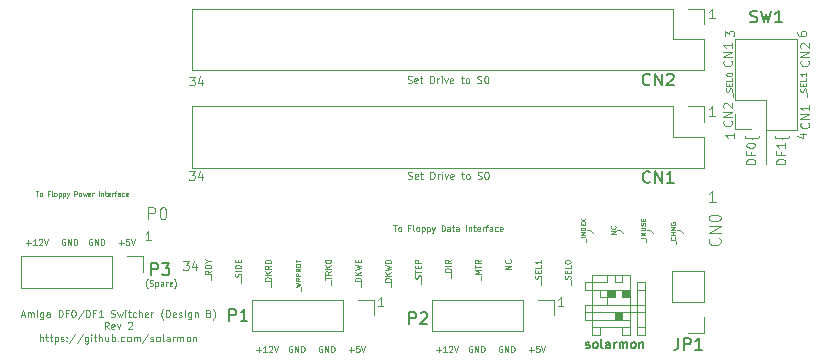
<source format=gbr>
G04 #@! TF.GenerationSoftware,KiCad,Pcbnew,(5.1.9)-1*
G04 #@! TF.CreationDate,2021-09-22T10:05:06+01:00*
G04 #@! TF.ProjectId,Amiga DF0 DF1 Switcher - Design B - Rev 2,416d6967-6120-4444-9630-204446312053,1*
G04 #@! TF.SameCoordinates,Original*
G04 #@! TF.FileFunction,Legend,Top*
G04 #@! TF.FilePolarity,Positive*
%FSLAX46Y46*%
G04 Gerber Fmt 4.6, Leading zero omitted, Abs format (unit mm)*
G04 Created by KiCad (PCBNEW (5.1.9)-1) date 2021-09-22 10:05:06*
%MOMM*%
%LPD*%
G01*
G04 APERTURE LIST*
%ADD10C,0.125000*%
%ADD11C,0.100000*%
%ADD12C,0.120000*%
%ADD13C,0.075000*%
%ADD14C,0.150000*%
G04 APERTURE END LIST*
D10*
X154040314Y-126226857D02*
X154126028Y-126255428D01*
X154268885Y-126255428D01*
X154326028Y-126226857D01*
X154354600Y-126198285D01*
X154383171Y-126141142D01*
X154383171Y-126084000D01*
X154354600Y-126026857D01*
X154326028Y-125998285D01*
X154268885Y-125969714D01*
X154154600Y-125941142D01*
X154097457Y-125912571D01*
X154068885Y-125884000D01*
X154040314Y-125826857D01*
X154040314Y-125769714D01*
X154068885Y-125712571D01*
X154097457Y-125684000D01*
X154154600Y-125655428D01*
X154297457Y-125655428D01*
X154383171Y-125684000D01*
X154868885Y-126226857D02*
X154811742Y-126255428D01*
X154697457Y-126255428D01*
X154640314Y-126226857D01*
X154611742Y-126169714D01*
X154611742Y-125941142D01*
X154640314Y-125884000D01*
X154697457Y-125855428D01*
X154811742Y-125855428D01*
X154868885Y-125884000D01*
X154897457Y-125941142D01*
X154897457Y-125998285D01*
X154611742Y-126055428D01*
X155068885Y-125855428D02*
X155297457Y-125855428D01*
X155154600Y-125655428D02*
X155154600Y-126169714D01*
X155183171Y-126226857D01*
X155240314Y-126255428D01*
X155297457Y-126255428D01*
X155954600Y-126255428D02*
X155954600Y-125655428D01*
X156097457Y-125655428D01*
X156183171Y-125684000D01*
X156240314Y-125741142D01*
X156268885Y-125798285D01*
X156297457Y-125912571D01*
X156297457Y-125998285D01*
X156268885Y-126112571D01*
X156240314Y-126169714D01*
X156183171Y-126226857D01*
X156097457Y-126255428D01*
X155954600Y-126255428D01*
X156554600Y-126255428D02*
X156554600Y-125855428D01*
X156554600Y-125969714D02*
X156583171Y-125912571D01*
X156611742Y-125884000D01*
X156668885Y-125855428D01*
X156726028Y-125855428D01*
X156926028Y-126255428D02*
X156926028Y-125855428D01*
X156926028Y-125655428D02*
X156897457Y-125684000D01*
X156926028Y-125712571D01*
X156954600Y-125684000D01*
X156926028Y-125655428D01*
X156926028Y-125712571D01*
X157154600Y-125855428D02*
X157297457Y-126255428D01*
X157440314Y-125855428D01*
X157897457Y-126226857D02*
X157840314Y-126255428D01*
X157726028Y-126255428D01*
X157668885Y-126226857D01*
X157640314Y-126169714D01*
X157640314Y-125941142D01*
X157668885Y-125884000D01*
X157726028Y-125855428D01*
X157840314Y-125855428D01*
X157897457Y-125884000D01*
X157926028Y-125941142D01*
X157926028Y-125998285D01*
X157640314Y-126055428D01*
X158554600Y-125855428D02*
X158783171Y-125855428D01*
X158640314Y-125655428D02*
X158640314Y-126169714D01*
X158668885Y-126226857D01*
X158726028Y-126255428D01*
X158783171Y-126255428D01*
X159068885Y-126255428D02*
X159011742Y-126226857D01*
X158983171Y-126198285D01*
X158954600Y-126141142D01*
X158954600Y-125969714D01*
X158983171Y-125912571D01*
X159011742Y-125884000D01*
X159068885Y-125855428D01*
X159154600Y-125855428D01*
X159211742Y-125884000D01*
X159240314Y-125912571D01*
X159268885Y-125969714D01*
X159268885Y-126141142D01*
X159240314Y-126198285D01*
X159211742Y-126226857D01*
X159154600Y-126255428D01*
X159068885Y-126255428D01*
X159954600Y-126226857D02*
X160040314Y-126255428D01*
X160183171Y-126255428D01*
X160240314Y-126226857D01*
X160268885Y-126198285D01*
X160297457Y-126141142D01*
X160297457Y-126084000D01*
X160268885Y-126026857D01*
X160240314Y-125998285D01*
X160183171Y-125969714D01*
X160068885Y-125941142D01*
X160011742Y-125912571D01*
X159983171Y-125884000D01*
X159954600Y-125826857D01*
X159954600Y-125769714D01*
X159983171Y-125712571D01*
X160011742Y-125684000D01*
X160068885Y-125655428D01*
X160211742Y-125655428D01*
X160297457Y-125684000D01*
X160668885Y-125655428D02*
X160726028Y-125655428D01*
X160783171Y-125684000D01*
X160811742Y-125712571D01*
X160840314Y-125769714D01*
X160868885Y-125884000D01*
X160868885Y-126026857D01*
X160840314Y-126141142D01*
X160811742Y-126198285D01*
X160783171Y-126226857D01*
X160726028Y-126255428D01*
X160668885Y-126255428D01*
X160611742Y-126226857D01*
X160583171Y-126198285D01*
X160554600Y-126141142D01*
X160526028Y-126026857D01*
X160526028Y-125884000D01*
X160554600Y-125769714D01*
X160583171Y-125712571D01*
X160611742Y-125684000D01*
X160668885Y-125655428D01*
X154065714Y-134329457D02*
X154151428Y-134358028D01*
X154294285Y-134358028D01*
X154351428Y-134329457D01*
X154380000Y-134300885D01*
X154408571Y-134243742D01*
X154408571Y-134186600D01*
X154380000Y-134129457D01*
X154351428Y-134100885D01*
X154294285Y-134072314D01*
X154180000Y-134043742D01*
X154122857Y-134015171D01*
X154094285Y-133986600D01*
X154065714Y-133929457D01*
X154065714Y-133872314D01*
X154094285Y-133815171D01*
X154122857Y-133786600D01*
X154180000Y-133758028D01*
X154322857Y-133758028D01*
X154408571Y-133786600D01*
X154894285Y-134329457D02*
X154837142Y-134358028D01*
X154722857Y-134358028D01*
X154665714Y-134329457D01*
X154637142Y-134272314D01*
X154637142Y-134043742D01*
X154665714Y-133986600D01*
X154722857Y-133958028D01*
X154837142Y-133958028D01*
X154894285Y-133986600D01*
X154922857Y-134043742D01*
X154922857Y-134100885D01*
X154637142Y-134158028D01*
X155094285Y-133958028D02*
X155322857Y-133958028D01*
X155180000Y-133758028D02*
X155180000Y-134272314D01*
X155208571Y-134329457D01*
X155265714Y-134358028D01*
X155322857Y-134358028D01*
X155980000Y-134358028D02*
X155980000Y-133758028D01*
X156122857Y-133758028D01*
X156208571Y-133786600D01*
X156265714Y-133843742D01*
X156294285Y-133900885D01*
X156322857Y-134015171D01*
X156322857Y-134100885D01*
X156294285Y-134215171D01*
X156265714Y-134272314D01*
X156208571Y-134329457D01*
X156122857Y-134358028D01*
X155980000Y-134358028D01*
X156580000Y-134358028D02*
X156580000Y-133958028D01*
X156580000Y-134072314D02*
X156608571Y-134015171D01*
X156637142Y-133986600D01*
X156694285Y-133958028D01*
X156751428Y-133958028D01*
X156951428Y-134358028D02*
X156951428Y-133958028D01*
X156951428Y-133758028D02*
X156922857Y-133786600D01*
X156951428Y-133815171D01*
X156980000Y-133786600D01*
X156951428Y-133758028D01*
X156951428Y-133815171D01*
X157180000Y-133958028D02*
X157322857Y-134358028D01*
X157465714Y-133958028D01*
X157922857Y-134329457D02*
X157865714Y-134358028D01*
X157751428Y-134358028D01*
X157694285Y-134329457D01*
X157665714Y-134272314D01*
X157665714Y-134043742D01*
X157694285Y-133986600D01*
X157751428Y-133958028D01*
X157865714Y-133958028D01*
X157922857Y-133986600D01*
X157951428Y-134043742D01*
X157951428Y-134100885D01*
X157665714Y-134158028D01*
X158580000Y-133958028D02*
X158808571Y-133958028D01*
X158665714Y-133758028D02*
X158665714Y-134272314D01*
X158694285Y-134329457D01*
X158751428Y-134358028D01*
X158808571Y-134358028D01*
X159094285Y-134358028D02*
X159037142Y-134329457D01*
X159008571Y-134300885D01*
X158980000Y-134243742D01*
X158980000Y-134072314D01*
X159008571Y-134015171D01*
X159037142Y-133986600D01*
X159094285Y-133958028D01*
X159180000Y-133958028D01*
X159237142Y-133986600D01*
X159265714Y-134015171D01*
X159294285Y-134072314D01*
X159294285Y-134243742D01*
X159265714Y-134300885D01*
X159237142Y-134329457D01*
X159180000Y-134358028D01*
X159094285Y-134358028D01*
X159980000Y-134329457D02*
X160065714Y-134358028D01*
X160208571Y-134358028D01*
X160265714Y-134329457D01*
X160294285Y-134300885D01*
X160322857Y-134243742D01*
X160322857Y-134186600D01*
X160294285Y-134129457D01*
X160265714Y-134100885D01*
X160208571Y-134072314D01*
X160094285Y-134043742D01*
X160037142Y-134015171D01*
X160008571Y-133986600D01*
X159980000Y-133929457D01*
X159980000Y-133872314D01*
X160008571Y-133815171D01*
X160037142Y-133786600D01*
X160094285Y-133758028D01*
X160237142Y-133758028D01*
X160322857Y-133786600D01*
X160694285Y-133758028D02*
X160751428Y-133758028D01*
X160808571Y-133786600D01*
X160837142Y-133815171D01*
X160865714Y-133872314D01*
X160894285Y-133986600D01*
X160894285Y-134129457D01*
X160865714Y-134243742D01*
X160837142Y-134300885D01*
X160808571Y-134329457D01*
X160751428Y-134358028D01*
X160694285Y-134358028D01*
X160637142Y-134329457D01*
X160608571Y-134300885D01*
X160580000Y-134243742D01*
X160551428Y-134129457D01*
X160551428Y-133986600D01*
X160580000Y-133872314D01*
X160608571Y-133815171D01*
X160637142Y-133786600D01*
X160694285Y-133758028D01*
D11*
X122558666Y-135416952D02*
X122787238Y-135416952D01*
X122672952Y-135816952D02*
X122672952Y-135416952D01*
X122977714Y-135816952D02*
X122939619Y-135797904D01*
X122920571Y-135778857D01*
X122901523Y-135740761D01*
X122901523Y-135626476D01*
X122920571Y-135588380D01*
X122939619Y-135569333D01*
X122977714Y-135550285D01*
X123034857Y-135550285D01*
X123072952Y-135569333D01*
X123092000Y-135588380D01*
X123111047Y-135626476D01*
X123111047Y-135740761D01*
X123092000Y-135778857D01*
X123072952Y-135797904D01*
X123034857Y-135816952D01*
X122977714Y-135816952D01*
X123720571Y-135607428D02*
X123587238Y-135607428D01*
X123587238Y-135816952D02*
X123587238Y-135416952D01*
X123777714Y-135416952D01*
X123987238Y-135816952D02*
X123949142Y-135797904D01*
X123930095Y-135759809D01*
X123930095Y-135416952D01*
X124196761Y-135816952D02*
X124158666Y-135797904D01*
X124139619Y-135778857D01*
X124120571Y-135740761D01*
X124120571Y-135626476D01*
X124139619Y-135588380D01*
X124158666Y-135569333D01*
X124196761Y-135550285D01*
X124253904Y-135550285D01*
X124292000Y-135569333D01*
X124311047Y-135588380D01*
X124330095Y-135626476D01*
X124330095Y-135740761D01*
X124311047Y-135778857D01*
X124292000Y-135797904D01*
X124253904Y-135816952D01*
X124196761Y-135816952D01*
X124501523Y-135550285D02*
X124501523Y-135950285D01*
X124501523Y-135569333D02*
X124539619Y-135550285D01*
X124615809Y-135550285D01*
X124653904Y-135569333D01*
X124672952Y-135588380D01*
X124692000Y-135626476D01*
X124692000Y-135740761D01*
X124672952Y-135778857D01*
X124653904Y-135797904D01*
X124615809Y-135816952D01*
X124539619Y-135816952D01*
X124501523Y-135797904D01*
X124863428Y-135550285D02*
X124863428Y-135950285D01*
X124863428Y-135569333D02*
X124901523Y-135550285D01*
X124977714Y-135550285D01*
X125015809Y-135569333D01*
X125034857Y-135588380D01*
X125053904Y-135626476D01*
X125053904Y-135740761D01*
X125034857Y-135778857D01*
X125015809Y-135797904D01*
X124977714Y-135816952D01*
X124901523Y-135816952D01*
X124863428Y-135797904D01*
X125187238Y-135550285D02*
X125282476Y-135816952D01*
X125377714Y-135550285D02*
X125282476Y-135816952D01*
X125244380Y-135912190D01*
X125225333Y-135931238D01*
X125187238Y-135950285D01*
X125834857Y-135816952D02*
X125834857Y-135416952D01*
X125987238Y-135416952D01*
X126025333Y-135436000D01*
X126044380Y-135455047D01*
X126063428Y-135493142D01*
X126063428Y-135550285D01*
X126044380Y-135588380D01*
X126025333Y-135607428D01*
X125987238Y-135626476D01*
X125834857Y-135626476D01*
X126292000Y-135816952D02*
X126253904Y-135797904D01*
X126234857Y-135778857D01*
X126215809Y-135740761D01*
X126215809Y-135626476D01*
X126234857Y-135588380D01*
X126253904Y-135569333D01*
X126292000Y-135550285D01*
X126349142Y-135550285D01*
X126387238Y-135569333D01*
X126406285Y-135588380D01*
X126425333Y-135626476D01*
X126425333Y-135740761D01*
X126406285Y-135778857D01*
X126387238Y-135797904D01*
X126349142Y-135816952D01*
X126292000Y-135816952D01*
X126558666Y-135550285D02*
X126634857Y-135816952D01*
X126711047Y-135626476D01*
X126787238Y-135816952D01*
X126863428Y-135550285D01*
X127168190Y-135797904D02*
X127130095Y-135816952D01*
X127053904Y-135816952D01*
X127015809Y-135797904D01*
X126996761Y-135759809D01*
X126996761Y-135607428D01*
X127015809Y-135569333D01*
X127053904Y-135550285D01*
X127130095Y-135550285D01*
X127168190Y-135569333D01*
X127187238Y-135607428D01*
X127187238Y-135645523D01*
X126996761Y-135683619D01*
X127358666Y-135816952D02*
X127358666Y-135550285D01*
X127358666Y-135626476D02*
X127377714Y-135588380D01*
X127396761Y-135569333D01*
X127434857Y-135550285D01*
X127472952Y-135550285D01*
X127911047Y-135816952D02*
X127911047Y-135416952D01*
X128101523Y-135550285D02*
X128101523Y-135816952D01*
X128101523Y-135588380D02*
X128120571Y-135569333D01*
X128158666Y-135550285D01*
X128215809Y-135550285D01*
X128253904Y-135569333D01*
X128272952Y-135607428D01*
X128272952Y-135816952D01*
X128406285Y-135550285D02*
X128558666Y-135550285D01*
X128463428Y-135416952D02*
X128463428Y-135759809D01*
X128482476Y-135797904D01*
X128520571Y-135816952D01*
X128558666Y-135816952D01*
X128844380Y-135797904D02*
X128806285Y-135816952D01*
X128730095Y-135816952D01*
X128692000Y-135797904D01*
X128672952Y-135759809D01*
X128672952Y-135607428D01*
X128692000Y-135569333D01*
X128730095Y-135550285D01*
X128806285Y-135550285D01*
X128844380Y-135569333D01*
X128863428Y-135607428D01*
X128863428Y-135645523D01*
X128672952Y-135683619D01*
X129034857Y-135816952D02*
X129034857Y-135550285D01*
X129034857Y-135626476D02*
X129053904Y-135588380D01*
X129072952Y-135569333D01*
X129111047Y-135550285D01*
X129149142Y-135550285D01*
X129225333Y-135550285D02*
X129377714Y-135550285D01*
X129282476Y-135816952D02*
X129282476Y-135474095D01*
X129301523Y-135436000D01*
X129339619Y-135416952D01*
X129377714Y-135416952D01*
X129682476Y-135816952D02*
X129682476Y-135607428D01*
X129663428Y-135569333D01*
X129625333Y-135550285D01*
X129549142Y-135550285D01*
X129511047Y-135569333D01*
X129682476Y-135797904D02*
X129644380Y-135816952D01*
X129549142Y-135816952D01*
X129511047Y-135797904D01*
X129492000Y-135759809D01*
X129492000Y-135721714D01*
X129511047Y-135683619D01*
X129549142Y-135664571D01*
X129644380Y-135664571D01*
X129682476Y-135645523D01*
X130044380Y-135797904D02*
X130006285Y-135816952D01*
X129930095Y-135816952D01*
X129892000Y-135797904D01*
X129872952Y-135778857D01*
X129853904Y-135740761D01*
X129853904Y-135626476D01*
X129872952Y-135588380D01*
X129892000Y-135569333D01*
X129930095Y-135550285D01*
X130006285Y-135550285D01*
X130044380Y-135569333D01*
X130368190Y-135797904D02*
X130330095Y-135816952D01*
X130253904Y-135816952D01*
X130215809Y-135797904D01*
X130196761Y-135759809D01*
X130196761Y-135607428D01*
X130215809Y-135569333D01*
X130253904Y-135550285D01*
X130330095Y-135550285D01*
X130368190Y-135569333D01*
X130387238Y-135607428D01*
X130387238Y-135645523D01*
X130196761Y-135683619D01*
D10*
X132103904Y-137764780D02*
X132103904Y-136764780D01*
X132484857Y-136764780D01*
X132580095Y-136812400D01*
X132627714Y-136860019D01*
X132675333Y-136955257D01*
X132675333Y-137098114D01*
X132627714Y-137193352D01*
X132580095Y-137240971D01*
X132484857Y-137288590D01*
X132103904Y-137288590D01*
X133294380Y-136764780D02*
X133389619Y-136764780D01*
X133484857Y-136812400D01*
X133532476Y-136860019D01*
X133580095Y-136955257D01*
X133627714Y-137145733D01*
X133627714Y-137383828D01*
X133580095Y-137574304D01*
X133532476Y-137669542D01*
X133484857Y-137717161D01*
X133389619Y-137764780D01*
X133294380Y-137764780D01*
X133199142Y-137717161D01*
X133151523Y-137669542D01*
X133103904Y-137574304D01*
X133056285Y-137383828D01*
X133056285Y-137145733D01*
X133103904Y-136955257D01*
X133151523Y-136860019D01*
X133199142Y-136812400D01*
X133294380Y-136764780D01*
D11*
X177088800Y-138684000D02*
X177342800Y-138938000D01*
X176834800Y-138684000D02*
X177088800Y-138684000D01*
X174548800Y-138684000D02*
X174802800Y-138938000D01*
X174294800Y-138684000D02*
X174548800Y-138684000D01*
X172034200Y-138684000D02*
X172288200Y-138938000D01*
X169468800Y-138684000D02*
X169722800Y-138938000D01*
X171780200Y-138684000D02*
X172034200Y-138684000D01*
X169214800Y-138684000D02*
X169468800Y-138684000D01*
D10*
X152825238Y-138283190D02*
X153110952Y-138283190D01*
X152968095Y-138783190D02*
X152968095Y-138283190D01*
X153349047Y-138783190D02*
X153301428Y-138759380D01*
X153277619Y-138735571D01*
X153253809Y-138687952D01*
X153253809Y-138545095D01*
X153277619Y-138497476D01*
X153301428Y-138473666D01*
X153349047Y-138449857D01*
X153420476Y-138449857D01*
X153468095Y-138473666D01*
X153491904Y-138497476D01*
X153515714Y-138545095D01*
X153515714Y-138687952D01*
X153491904Y-138735571D01*
X153468095Y-138759380D01*
X153420476Y-138783190D01*
X153349047Y-138783190D01*
X154277619Y-138521285D02*
X154110952Y-138521285D01*
X154110952Y-138783190D02*
X154110952Y-138283190D01*
X154349047Y-138283190D01*
X154610952Y-138783190D02*
X154563333Y-138759380D01*
X154539523Y-138711761D01*
X154539523Y-138283190D01*
X154872857Y-138783190D02*
X154825238Y-138759380D01*
X154801428Y-138735571D01*
X154777619Y-138687952D01*
X154777619Y-138545095D01*
X154801428Y-138497476D01*
X154825238Y-138473666D01*
X154872857Y-138449857D01*
X154944285Y-138449857D01*
X154991904Y-138473666D01*
X155015714Y-138497476D01*
X155039523Y-138545095D01*
X155039523Y-138687952D01*
X155015714Y-138735571D01*
X154991904Y-138759380D01*
X154944285Y-138783190D01*
X154872857Y-138783190D01*
X155253809Y-138449857D02*
X155253809Y-138949857D01*
X155253809Y-138473666D02*
X155301428Y-138449857D01*
X155396666Y-138449857D01*
X155444285Y-138473666D01*
X155468095Y-138497476D01*
X155491904Y-138545095D01*
X155491904Y-138687952D01*
X155468095Y-138735571D01*
X155444285Y-138759380D01*
X155396666Y-138783190D01*
X155301428Y-138783190D01*
X155253809Y-138759380D01*
X155706190Y-138449857D02*
X155706190Y-138949857D01*
X155706190Y-138473666D02*
X155753809Y-138449857D01*
X155849047Y-138449857D01*
X155896666Y-138473666D01*
X155920476Y-138497476D01*
X155944285Y-138545095D01*
X155944285Y-138687952D01*
X155920476Y-138735571D01*
X155896666Y-138759380D01*
X155849047Y-138783190D01*
X155753809Y-138783190D01*
X155706190Y-138759380D01*
X156110952Y-138449857D02*
X156230000Y-138783190D01*
X156349047Y-138449857D02*
X156230000Y-138783190D01*
X156182380Y-138902238D01*
X156158571Y-138926047D01*
X156110952Y-138949857D01*
X156920476Y-138783190D02*
X156920476Y-138283190D01*
X157039523Y-138283190D01*
X157110952Y-138307000D01*
X157158571Y-138354619D01*
X157182380Y-138402238D01*
X157206190Y-138497476D01*
X157206190Y-138568904D01*
X157182380Y-138664142D01*
X157158571Y-138711761D01*
X157110952Y-138759380D01*
X157039523Y-138783190D01*
X156920476Y-138783190D01*
X157634761Y-138783190D02*
X157634761Y-138521285D01*
X157610952Y-138473666D01*
X157563333Y-138449857D01*
X157468095Y-138449857D01*
X157420476Y-138473666D01*
X157634761Y-138759380D02*
X157587142Y-138783190D01*
X157468095Y-138783190D01*
X157420476Y-138759380D01*
X157396666Y-138711761D01*
X157396666Y-138664142D01*
X157420476Y-138616523D01*
X157468095Y-138592714D01*
X157587142Y-138592714D01*
X157634761Y-138568904D01*
X157801428Y-138449857D02*
X157991904Y-138449857D01*
X157872857Y-138283190D02*
X157872857Y-138711761D01*
X157896666Y-138759380D01*
X157944285Y-138783190D01*
X157991904Y-138783190D01*
X158372857Y-138783190D02*
X158372857Y-138521285D01*
X158349047Y-138473666D01*
X158301428Y-138449857D01*
X158206190Y-138449857D01*
X158158571Y-138473666D01*
X158372857Y-138759380D02*
X158325238Y-138783190D01*
X158206190Y-138783190D01*
X158158571Y-138759380D01*
X158134761Y-138711761D01*
X158134761Y-138664142D01*
X158158571Y-138616523D01*
X158206190Y-138592714D01*
X158325238Y-138592714D01*
X158372857Y-138568904D01*
X158991904Y-138783190D02*
X158991904Y-138283190D01*
X159230000Y-138449857D02*
X159230000Y-138783190D01*
X159230000Y-138497476D02*
X159253809Y-138473666D01*
X159301428Y-138449857D01*
X159372857Y-138449857D01*
X159420476Y-138473666D01*
X159444285Y-138521285D01*
X159444285Y-138783190D01*
X159610952Y-138449857D02*
X159801428Y-138449857D01*
X159682380Y-138283190D02*
X159682380Y-138711761D01*
X159706190Y-138759380D01*
X159753809Y-138783190D01*
X159801428Y-138783190D01*
X160158571Y-138759380D02*
X160110952Y-138783190D01*
X160015714Y-138783190D01*
X159968095Y-138759380D01*
X159944285Y-138711761D01*
X159944285Y-138521285D01*
X159968095Y-138473666D01*
X160015714Y-138449857D01*
X160110952Y-138449857D01*
X160158571Y-138473666D01*
X160182380Y-138521285D01*
X160182380Y-138568904D01*
X159944285Y-138616523D01*
X160396666Y-138783190D02*
X160396666Y-138449857D01*
X160396666Y-138545095D02*
X160420476Y-138497476D01*
X160444285Y-138473666D01*
X160491904Y-138449857D01*
X160539523Y-138449857D01*
X160634761Y-138449857D02*
X160825238Y-138449857D01*
X160706190Y-138783190D02*
X160706190Y-138354619D01*
X160730000Y-138307000D01*
X160777619Y-138283190D01*
X160825238Y-138283190D01*
X161206190Y-138783190D02*
X161206190Y-138521285D01*
X161182380Y-138473666D01*
X161134761Y-138449857D01*
X161039523Y-138449857D01*
X160991904Y-138473666D01*
X161206190Y-138759380D02*
X161158571Y-138783190D01*
X161039523Y-138783190D01*
X160991904Y-138759380D01*
X160968095Y-138711761D01*
X160968095Y-138664142D01*
X160991904Y-138616523D01*
X161039523Y-138592714D01*
X161158571Y-138592714D01*
X161206190Y-138568904D01*
X161658571Y-138759380D02*
X161610952Y-138783190D01*
X161515714Y-138783190D01*
X161468095Y-138759380D01*
X161444285Y-138735571D01*
X161420476Y-138687952D01*
X161420476Y-138545095D01*
X161444285Y-138497476D01*
X161468095Y-138473666D01*
X161515714Y-138449857D01*
X161610952Y-138449857D01*
X161658571Y-138473666D01*
X162063333Y-138759380D02*
X162015714Y-138783190D01*
X161920476Y-138783190D01*
X161872857Y-138759380D01*
X161849047Y-138711761D01*
X161849047Y-138521285D01*
X161872857Y-138473666D01*
X161920476Y-138449857D01*
X162015714Y-138449857D01*
X162063333Y-138473666D01*
X162087142Y-138521285D01*
X162087142Y-138568904D01*
X161849047Y-138616523D01*
X135536857Y-125700285D02*
X136001142Y-125700285D01*
X135751142Y-125986000D01*
X135858285Y-125986000D01*
X135929714Y-126021714D01*
X135965428Y-126057428D01*
X136001142Y-126128857D01*
X136001142Y-126307428D01*
X135965428Y-126378857D01*
X135929714Y-126414571D01*
X135858285Y-126450285D01*
X135644000Y-126450285D01*
X135572571Y-126414571D01*
X135536857Y-126378857D01*
X136644000Y-125950285D02*
X136644000Y-126450285D01*
X136465428Y-125664571D02*
X136286857Y-126200285D01*
X136751142Y-126200285D01*
X135536857Y-133701285D02*
X136001142Y-133701285D01*
X135751142Y-133987000D01*
X135858285Y-133987000D01*
X135929714Y-134022714D01*
X135965428Y-134058428D01*
X136001142Y-134129857D01*
X136001142Y-134308428D01*
X135965428Y-134379857D01*
X135929714Y-134415571D01*
X135858285Y-134451285D01*
X135644000Y-134451285D01*
X135572571Y-134415571D01*
X135536857Y-134379857D01*
X136644000Y-133951285D02*
X136644000Y-134451285D01*
X136465428Y-133665571D02*
X136286857Y-134201285D01*
X136751142Y-134201285D01*
D12*
X184404000Y-130175000D02*
X184404000Y-133096000D01*
D10*
X135028857Y-141321285D02*
X135493142Y-141321285D01*
X135243142Y-141607000D01*
X135350285Y-141607000D01*
X135421714Y-141642714D01*
X135457428Y-141678428D01*
X135493142Y-141749857D01*
X135493142Y-141928428D01*
X135457428Y-141999857D01*
X135421714Y-142035571D01*
X135350285Y-142071285D01*
X135136000Y-142071285D01*
X135064571Y-142035571D01*
X135028857Y-141999857D01*
X136136000Y-141571285D02*
X136136000Y-142071285D01*
X135957428Y-141285571D02*
X135778857Y-141821285D01*
X136243142Y-141821285D01*
X180443142Y-139374476D02*
X180490761Y-139422095D01*
X180538380Y-139564952D01*
X180538380Y-139660190D01*
X180490761Y-139803047D01*
X180395523Y-139898285D01*
X180300285Y-139945904D01*
X180109809Y-139993523D01*
X179966952Y-139993523D01*
X179776476Y-139945904D01*
X179681238Y-139898285D01*
X179586000Y-139803047D01*
X179538380Y-139660190D01*
X179538380Y-139564952D01*
X179586000Y-139422095D01*
X179633619Y-139374476D01*
X180538380Y-138945904D02*
X179538380Y-138945904D01*
X180538380Y-138374476D01*
X179538380Y-138374476D01*
X179538380Y-137707809D02*
X179538380Y-137612571D01*
X179586000Y-137517333D01*
X179633619Y-137469714D01*
X179728857Y-137422095D01*
X179919333Y-137374476D01*
X180157428Y-137374476D01*
X180347904Y-137422095D01*
X180443142Y-137469714D01*
X180490761Y-137517333D01*
X180538380Y-137612571D01*
X180538380Y-137707809D01*
X180490761Y-137803047D01*
X180443142Y-137850666D01*
X180347904Y-137898285D01*
X180157428Y-137945904D01*
X179919333Y-137945904D01*
X179728857Y-137898285D01*
X179633619Y-137850666D01*
X179586000Y-137803047D01*
X179538380Y-137707809D01*
X186013285Y-133078000D02*
X185263285Y-133078000D01*
X185263285Y-132899428D01*
X185299000Y-132792285D01*
X185370428Y-132720857D01*
X185441857Y-132685142D01*
X185584714Y-132649428D01*
X185691857Y-132649428D01*
X185834714Y-132685142D01*
X185906142Y-132720857D01*
X185977571Y-132792285D01*
X186013285Y-132899428D01*
X186013285Y-133078000D01*
X185620428Y-132078000D02*
X185620428Y-132328000D01*
X186013285Y-132328000D02*
X185263285Y-132328000D01*
X185263285Y-131970857D01*
X186013285Y-131292285D02*
X186013285Y-131720857D01*
X186013285Y-131506571D02*
X185263285Y-131506571D01*
X185370428Y-131578000D01*
X185441857Y-131649428D01*
X185477571Y-131720857D01*
X186299000Y-130756571D02*
X186299000Y-130792285D01*
X186263285Y-130863714D01*
X186191857Y-130899428D01*
X185834714Y-130899428D01*
X185763285Y-130935142D01*
X185727571Y-131006571D01*
X185691857Y-130935142D01*
X185620428Y-130899428D01*
X185263285Y-130899428D01*
X185191857Y-130863714D01*
X185156142Y-130792285D01*
X185156142Y-130756571D01*
X183473285Y-133078000D02*
X182723285Y-133078000D01*
X182723285Y-132899428D01*
X182759000Y-132792285D01*
X182830428Y-132720857D01*
X182901857Y-132685142D01*
X183044714Y-132649428D01*
X183151857Y-132649428D01*
X183294714Y-132685142D01*
X183366142Y-132720857D01*
X183437571Y-132792285D01*
X183473285Y-132899428D01*
X183473285Y-133078000D01*
X183080428Y-132078000D02*
X183080428Y-132328000D01*
X183473285Y-132328000D02*
X182723285Y-132328000D01*
X182723285Y-131970857D01*
X182723285Y-131542285D02*
X182723285Y-131470857D01*
X182759000Y-131399428D01*
X182794714Y-131363714D01*
X182866142Y-131328000D01*
X183009000Y-131292285D01*
X183187571Y-131292285D01*
X183330428Y-131328000D01*
X183401857Y-131363714D01*
X183437571Y-131399428D01*
X183473285Y-131470857D01*
X183473285Y-131542285D01*
X183437571Y-131613714D01*
X183401857Y-131649428D01*
X183330428Y-131685142D01*
X183187571Y-131720857D01*
X183009000Y-131720857D01*
X182866142Y-131685142D01*
X182794714Y-131649428D01*
X182759000Y-131613714D01*
X182723285Y-131542285D01*
X183759000Y-130756571D02*
X183759000Y-130792285D01*
X183723285Y-130863714D01*
X183651857Y-130899428D01*
X183294714Y-130899428D01*
X183223285Y-130935142D01*
X183187571Y-131006571D01*
X183151857Y-130935142D01*
X183080428Y-130899428D01*
X182723285Y-130899428D01*
X182651857Y-130863714D01*
X182616142Y-130792285D01*
X182616142Y-130756571D01*
X121325714Y-145887000D02*
X121611428Y-145887000D01*
X121268571Y-146058428D02*
X121468571Y-145458428D01*
X121668571Y-146058428D01*
X121868571Y-146058428D02*
X121868571Y-145658428D01*
X121868571Y-145715571D02*
X121897142Y-145687000D01*
X121954285Y-145658428D01*
X122040000Y-145658428D01*
X122097142Y-145687000D01*
X122125714Y-145744142D01*
X122125714Y-146058428D01*
X122125714Y-145744142D02*
X122154285Y-145687000D01*
X122211428Y-145658428D01*
X122297142Y-145658428D01*
X122354285Y-145687000D01*
X122382857Y-145744142D01*
X122382857Y-146058428D01*
X122668571Y-146058428D02*
X122668571Y-145658428D01*
X122668571Y-145458428D02*
X122640000Y-145487000D01*
X122668571Y-145515571D01*
X122697142Y-145487000D01*
X122668571Y-145458428D01*
X122668571Y-145515571D01*
X123211428Y-145658428D02*
X123211428Y-146144142D01*
X123182857Y-146201285D01*
X123154285Y-146229857D01*
X123097142Y-146258428D01*
X123011428Y-146258428D01*
X122954285Y-146229857D01*
X123211428Y-146029857D02*
X123154285Y-146058428D01*
X123040000Y-146058428D01*
X122982857Y-146029857D01*
X122954285Y-146001285D01*
X122925714Y-145944142D01*
X122925714Y-145772714D01*
X122954285Y-145715571D01*
X122982857Y-145687000D01*
X123040000Y-145658428D01*
X123154285Y-145658428D01*
X123211428Y-145687000D01*
X123754285Y-146058428D02*
X123754285Y-145744142D01*
X123725714Y-145687000D01*
X123668571Y-145658428D01*
X123554285Y-145658428D01*
X123497142Y-145687000D01*
X123754285Y-146029857D02*
X123697142Y-146058428D01*
X123554285Y-146058428D01*
X123497142Y-146029857D01*
X123468571Y-145972714D01*
X123468571Y-145915571D01*
X123497142Y-145858428D01*
X123554285Y-145829857D01*
X123697142Y-145829857D01*
X123754285Y-145801285D01*
X124497142Y-146058428D02*
X124497142Y-145458428D01*
X124640000Y-145458428D01*
X124725714Y-145487000D01*
X124782857Y-145544142D01*
X124811428Y-145601285D01*
X124840000Y-145715571D01*
X124840000Y-145801285D01*
X124811428Y-145915571D01*
X124782857Y-145972714D01*
X124725714Y-146029857D01*
X124640000Y-146058428D01*
X124497142Y-146058428D01*
X125297142Y-145744142D02*
X125097142Y-145744142D01*
X125097142Y-146058428D02*
X125097142Y-145458428D01*
X125382857Y-145458428D01*
X125725714Y-145458428D02*
X125782857Y-145458428D01*
X125840000Y-145487000D01*
X125868571Y-145515571D01*
X125897142Y-145572714D01*
X125925714Y-145687000D01*
X125925714Y-145829857D01*
X125897142Y-145944142D01*
X125868571Y-146001285D01*
X125840000Y-146029857D01*
X125782857Y-146058428D01*
X125725714Y-146058428D01*
X125668571Y-146029857D01*
X125640000Y-146001285D01*
X125611428Y-145944142D01*
X125582857Y-145829857D01*
X125582857Y-145687000D01*
X125611428Y-145572714D01*
X125640000Y-145515571D01*
X125668571Y-145487000D01*
X125725714Y-145458428D01*
X126611428Y-145429857D02*
X126097142Y-146201285D01*
X126811428Y-146058428D02*
X126811428Y-145458428D01*
X126954285Y-145458428D01*
X127040000Y-145487000D01*
X127097142Y-145544142D01*
X127125714Y-145601285D01*
X127154285Y-145715571D01*
X127154285Y-145801285D01*
X127125714Y-145915571D01*
X127097142Y-145972714D01*
X127040000Y-146029857D01*
X126954285Y-146058428D01*
X126811428Y-146058428D01*
X127611428Y-145744142D02*
X127411428Y-145744142D01*
X127411428Y-146058428D02*
X127411428Y-145458428D01*
X127697142Y-145458428D01*
X128240000Y-146058428D02*
X127897142Y-146058428D01*
X128068571Y-146058428D02*
X128068571Y-145458428D01*
X128011428Y-145544142D01*
X127954285Y-145601285D01*
X127897142Y-145629857D01*
X128925714Y-146029857D02*
X129011428Y-146058428D01*
X129154285Y-146058428D01*
X129211428Y-146029857D01*
X129240000Y-146001285D01*
X129268571Y-145944142D01*
X129268571Y-145887000D01*
X129240000Y-145829857D01*
X129211428Y-145801285D01*
X129154285Y-145772714D01*
X129040000Y-145744142D01*
X128982857Y-145715571D01*
X128954285Y-145687000D01*
X128925714Y-145629857D01*
X128925714Y-145572714D01*
X128954285Y-145515571D01*
X128982857Y-145487000D01*
X129040000Y-145458428D01*
X129182857Y-145458428D01*
X129268571Y-145487000D01*
X129468571Y-145658428D02*
X129582857Y-146058428D01*
X129697142Y-145772714D01*
X129811428Y-146058428D01*
X129925714Y-145658428D01*
X130154285Y-146058428D02*
X130154285Y-145658428D01*
X130154285Y-145458428D02*
X130125714Y-145487000D01*
X130154285Y-145515571D01*
X130182857Y-145487000D01*
X130154285Y-145458428D01*
X130154285Y-145515571D01*
X130354285Y-145658428D02*
X130582857Y-145658428D01*
X130440000Y-145458428D02*
X130440000Y-145972714D01*
X130468571Y-146029857D01*
X130525714Y-146058428D01*
X130582857Y-146058428D01*
X131040000Y-146029857D02*
X130982857Y-146058428D01*
X130868571Y-146058428D01*
X130811428Y-146029857D01*
X130782857Y-146001285D01*
X130754285Y-145944142D01*
X130754285Y-145772714D01*
X130782857Y-145715571D01*
X130811428Y-145687000D01*
X130868571Y-145658428D01*
X130982857Y-145658428D01*
X131040000Y-145687000D01*
X131297142Y-146058428D02*
X131297142Y-145458428D01*
X131554285Y-146058428D02*
X131554285Y-145744142D01*
X131525714Y-145687000D01*
X131468571Y-145658428D01*
X131382857Y-145658428D01*
X131325714Y-145687000D01*
X131297142Y-145715571D01*
X132068571Y-146029857D02*
X132011428Y-146058428D01*
X131897142Y-146058428D01*
X131840000Y-146029857D01*
X131811428Y-145972714D01*
X131811428Y-145744142D01*
X131840000Y-145687000D01*
X131897142Y-145658428D01*
X132011428Y-145658428D01*
X132068571Y-145687000D01*
X132097142Y-145744142D01*
X132097142Y-145801285D01*
X131811428Y-145858428D01*
X132354285Y-146058428D02*
X132354285Y-145658428D01*
X132354285Y-145772714D02*
X132382857Y-145715571D01*
X132411428Y-145687000D01*
X132468571Y-145658428D01*
X132525714Y-145658428D01*
X133354285Y-146287000D02*
X133325714Y-146258428D01*
X133268571Y-146172714D01*
X133240000Y-146115571D01*
X133211428Y-146029857D01*
X133182857Y-145887000D01*
X133182857Y-145772714D01*
X133211428Y-145629857D01*
X133240000Y-145544142D01*
X133268571Y-145487000D01*
X133325714Y-145401285D01*
X133354285Y-145372714D01*
X133582857Y-146058428D02*
X133582857Y-145458428D01*
X133725714Y-145458428D01*
X133811428Y-145487000D01*
X133868571Y-145544142D01*
X133897142Y-145601285D01*
X133925714Y-145715571D01*
X133925714Y-145801285D01*
X133897142Y-145915571D01*
X133868571Y-145972714D01*
X133811428Y-146029857D01*
X133725714Y-146058428D01*
X133582857Y-146058428D01*
X134411428Y-146029857D02*
X134354285Y-146058428D01*
X134240000Y-146058428D01*
X134182857Y-146029857D01*
X134154285Y-145972714D01*
X134154285Y-145744142D01*
X134182857Y-145687000D01*
X134240000Y-145658428D01*
X134354285Y-145658428D01*
X134411428Y-145687000D01*
X134440000Y-145744142D01*
X134440000Y-145801285D01*
X134154285Y-145858428D01*
X134668571Y-146029857D02*
X134725714Y-146058428D01*
X134840000Y-146058428D01*
X134897142Y-146029857D01*
X134925714Y-145972714D01*
X134925714Y-145944142D01*
X134897142Y-145887000D01*
X134840000Y-145858428D01*
X134754285Y-145858428D01*
X134697142Y-145829857D01*
X134668571Y-145772714D01*
X134668571Y-145744142D01*
X134697142Y-145687000D01*
X134754285Y-145658428D01*
X134840000Y-145658428D01*
X134897142Y-145687000D01*
X135182857Y-146058428D02*
X135182857Y-145658428D01*
X135182857Y-145458428D02*
X135154285Y-145487000D01*
X135182857Y-145515571D01*
X135211428Y-145487000D01*
X135182857Y-145458428D01*
X135182857Y-145515571D01*
X135725714Y-145658428D02*
X135725714Y-146144142D01*
X135697142Y-146201285D01*
X135668571Y-146229857D01*
X135611428Y-146258428D01*
X135525714Y-146258428D01*
X135468571Y-146229857D01*
X135725714Y-146029857D02*
X135668571Y-146058428D01*
X135554285Y-146058428D01*
X135497142Y-146029857D01*
X135468571Y-146001285D01*
X135440000Y-145944142D01*
X135440000Y-145772714D01*
X135468571Y-145715571D01*
X135497142Y-145687000D01*
X135554285Y-145658428D01*
X135668571Y-145658428D01*
X135725714Y-145687000D01*
X136011428Y-145658428D02*
X136011428Y-146058428D01*
X136011428Y-145715571D02*
X136040000Y-145687000D01*
X136097142Y-145658428D01*
X136182857Y-145658428D01*
X136240000Y-145687000D01*
X136268571Y-145744142D01*
X136268571Y-146058428D01*
X137211428Y-145744142D02*
X137297142Y-145772714D01*
X137325714Y-145801285D01*
X137354285Y-145858428D01*
X137354285Y-145944142D01*
X137325714Y-146001285D01*
X137297142Y-146029857D01*
X137240000Y-146058428D01*
X137011428Y-146058428D01*
X137011428Y-145458428D01*
X137211428Y-145458428D01*
X137268571Y-145487000D01*
X137297142Y-145515571D01*
X137325714Y-145572714D01*
X137325714Y-145629857D01*
X137297142Y-145687000D01*
X137268571Y-145715571D01*
X137211428Y-145744142D01*
X137011428Y-145744142D01*
X137554285Y-146287000D02*
X137582857Y-146258428D01*
X137640000Y-146172714D01*
X137668571Y-146115571D01*
X137697142Y-146029857D01*
X137725714Y-145887000D01*
X137725714Y-145772714D01*
X137697142Y-145629857D01*
X137668571Y-145544142D01*
X137640000Y-145487000D01*
X137582857Y-145401285D01*
X137554285Y-145372714D01*
X128725714Y-147083428D02*
X128525714Y-146797714D01*
X128382857Y-147083428D02*
X128382857Y-146483428D01*
X128611428Y-146483428D01*
X128668571Y-146512000D01*
X128697142Y-146540571D01*
X128725714Y-146597714D01*
X128725714Y-146683428D01*
X128697142Y-146740571D01*
X128668571Y-146769142D01*
X128611428Y-146797714D01*
X128382857Y-146797714D01*
X129211428Y-147054857D02*
X129154285Y-147083428D01*
X129040000Y-147083428D01*
X128982857Y-147054857D01*
X128954285Y-146997714D01*
X128954285Y-146769142D01*
X128982857Y-146712000D01*
X129040000Y-146683428D01*
X129154285Y-146683428D01*
X129211428Y-146712000D01*
X129240000Y-146769142D01*
X129240000Y-146826285D01*
X128954285Y-146883428D01*
X129440000Y-146683428D02*
X129582857Y-147083428D01*
X129725714Y-146683428D01*
X130382857Y-146540571D02*
X130411428Y-146512000D01*
X130468571Y-146483428D01*
X130611428Y-146483428D01*
X130668571Y-146512000D01*
X130697142Y-146540571D01*
X130725714Y-146597714D01*
X130725714Y-146654857D01*
X130697142Y-146740571D01*
X130354285Y-147083428D01*
X130725714Y-147083428D01*
X122925714Y-148108428D02*
X122925714Y-147508428D01*
X123182857Y-148108428D02*
X123182857Y-147794142D01*
X123154285Y-147737000D01*
X123097142Y-147708428D01*
X123011428Y-147708428D01*
X122954285Y-147737000D01*
X122925714Y-147765571D01*
X123382857Y-147708428D02*
X123611428Y-147708428D01*
X123468571Y-147508428D02*
X123468571Y-148022714D01*
X123497142Y-148079857D01*
X123554285Y-148108428D01*
X123611428Y-148108428D01*
X123725714Y-147708428D02*
X123954285Y-147708428D01*
X123811428Y-147508428D02*
X123811428Y-148022714D01*
X123839999Y-148079857D01*
X123897142Y-148108428D01*
X123954285Y-148108428D01*
X124154285Y-147708428D02*
X124154285Y-148308428D01*
X124154285Y-147737000D02*
X124211428Y-147708428D01*
X124325714Y-147708428D01*
X124382857Y-147737000D01*
X124411428Y-147765571D01*
X124439999Y-147822714D01*
X124439999Y-147994142D01*
X124411428Y-148051285D01*
X124382857Y-148079857D01*
X124325714Y-148108428D01*
X124211428Y-148108428D01*
X124154285Y-148079857D01*
X124668571Y-148079857D02*
X124725714Y-148108428D01*
X124839999Y-148108428D01*
X124897142Y-148079857D01*
X124925714Y-148022714D01*
X124925714Y-147994142D01*
X124897142Y-147937000D01*
X124839999Y-147908428D01*
X124754285Y-147908428D01*
X124697142Y-147879857D01*
X124668571Y-147822714D01*
X124668571Y-147794142D01*
X124697142Y-147737000D01*
X124754285Y-147708428D01*
X124839999Y-147708428D01*
X124897142Y-147737000D01*
X125182857Y-148051285D02*
X125211428Y-148079857D01*
X125182857Y-148108428D01*
X125154285Y-148079857D01*
X125182857Y-148051285D01*
X125182857Y-148108428D01*
X125182857Y-147737000D02*
X125211428Y-147765571D01*
X125182857Y-147794142D01*
X125154285Y-147765571D01*
X125182857Y-147737000D01*
X125182857Y-147794142D01*
X125897142Y-147479857D02*
X125382857Y-148251285D01*
X126525714Y-147479857D02*
X126011428Y-148251285D01*
X126982857Y-147708428D02*
X126982857Y-148194142D01*
X126954285Y-148251285D01*
X126925714Y-148279857D01*
X126868571Y-148308428D01*
X126782857Y-148308428D01*
X126725714Y-148279857D01*
X126982857Y-148079857D02*
X126925714Y-148108428D01*
X126811428Y-148108428D01*
X126754285Y-148079857D01*
X126725714Y-148051285D01*
X126697142Y-147994142D01*
X126697142Y-147822714D01*
X126725714Y-147765571D01*
X126754285Y-147737000D01*
X126811428Y-147708428D01*
X126925714Y-147708428D01*
X126982857Y-147737000D01*
X127268571Y-148108428D02*
X127268571Y-147708428D01*
X127268571Y-147508428D02*
X127239999Y-147537000D01*
X127268571Y-147565571D01*
X127297142Y-147537000D01*
X127268571Y-147508428D01*
X127268571Y-147565571D01*
X127468571Y-147708428D02*
X127697142Y-147708428D01*
X127554285Y-147508428D02*
X127554285Y-148022714D01*
X127582857Y-148079857D01*
X127639999Y-148108428D01*
X127697142Y-148108428D01*
X127897142Y-148108428D02*
X127897142Y-147508428D01*
X128154285Y-148108428D02*
X128154285Y-147794142D01*
X128125714Y-147737000D01*
X128068571Y-147708428D01*
X127982857Y-147708428D01*
X127925714Y-147737000D01*
X127897142Y-147765571D01*
X128697142Y-147708428D02*
X128697142Y-148108428D01*
X128439999Y-147708428D02*
X128439999Y-148022714D01*
X128468571Y-148079857D01*
X128525714Y-148108428D01*
X128611428Y-148108428D01*
X128668571Y-148079857D01*
X128697142Y-148051285D01*
X128982857Y-148108428D02*
X128982857Y-147508428D01*
X128982857Y-147737000D02*
X129039999Y-147708428D01*
X129154285Y-147708428D01*
X129211428Y-147737000D01*
X129239999Y-147765571D01*
X129268571Y-147822714D01*
X129268571Y-147994142D01*
X129239999Y-148051285D01*
X129211428Y-148079857D01*
X129154285Y-148108428D01*
X129039999Y-148108428D01*
X128982857Y-148079857D01*
X129525714Y-148051285D02*
X129554285Y-148079857D01*
X129525714Y-148108428D01*
X129497142Y-148079857D01*
X129525714Y-148051285D01*
X129525714Y-148108428D01*
X130068571Y-148079857D02*
X130011428Y-148108428D01*
X129897142Y-148108428D01*
X129839999Y-148079857D01*
X129811428Y-148051285D01*
X129782857Y-147994142D01*
X129782857Y-147822714D01*
X129811428Y-147765571D01*
X129839999Y-147737000D01*
X129897142Y-147708428D01*
X130011428Y-147708428D01*
X130068571Y-147737000D01*
X130411428Y-148108428D02*
X130354285Y-148079857D01*
X130325714Y-148051285D01*
X130297142Y-147994142D01*
X130297142Y-147822714D01*
X130325714Y-147765571D01*
X130354285Y-147737000D01*
X130411428Y-147708428D01*
X130497142Y-147708428D01*
X130554285Y-147737000D01*
X130582857Y-147765571D01*
X130611428Y-147822714D01*
X130611428Y-147994142D01*
X130582857Y-148051285D01*
X130554285Y-148079857D01*
X130497142Y-148108428D01*
X130411428Y-148108428D01*
X130868571Y-148108428D02*
X130868571Y-147708428D01*
X130868571Y-147765571D02*
X130897142Y-147737000D01*
X130954285Y-147708428D01*
X131039999Y-147708428D01*
X131097142Y-147737000D01*
X131125714Y-147794142D01*
X131125714Y-148108428D01*
X131125714Y-147794142D02*
X131154285Y-147737000D01*
X131211428Y-147708428D01*
X131297142Y-147708428D01*
X131354285Y-147737000D01*
X131382857Y-147794142D01*
X131382857Y-148108428D01*
X132097142Y-147479857D02*
X131582857Y-148251285D01*
X132268571Y-148079857D02*
X132325714Y-148108428D01*
X132439999Y-148108428D01*
X132497142Y-148079857D01*
X132525714Y-148022714D01*
X132525714Y-147994142D01*
X132497142Y-147937000D01*
X132439999Y-147908428D01*
X132354285Y-147908428D01*
X132297142Y-147879857D01*
X132268571Y-147822714D01*
X132268571Y-147794142D01*
X132297142Y-147737000D01*
X132354285Y-147708428D01*
X132439999Y-147708428D01*
X132497142Y-147737000D01*
X132868571Y-148108428D02*
X132811428Y-148079857D01*
X132782857Y-148051285D01*
X132754285Y-147994142D01*
X132754285Y-147822714D01*
X132782857Y-147765571D01*
X132811428Y-147737000D01*
X132868571Y-147708428D01*
X132954285Y-147708428D01*
X133011428Y-147737000D01*
X133039999Y-147765571D01*
X133068571Y-147822714D01*
X133068571Y-147994142D01*
X133039999Y-148051285D01*
X133011428Y-148079857D01*
X132954285Y-148108428D01*
X132868571Y-148108428D01*
X133411428Y-148108428D02*
X133354285Y-148079857D01*
X133325714Y-148022714D01*
X133325714Y-147508428D01*
X133897142Y-148108428D02*
X133897142Y-147794142D01*
X133868571Y-147737000D01*
X133811428Y-147708428D01*
X133697142Y-147708428D01*
X133640000Y-147737000D01*
X133897142Y-148079857D02*
X133840000Y-148108428D01*
X133697142Y-148108428D01*
X133640000Y-148079857D01*
X133611428Y-148022714D01*
X133611428Y-147965571D01*
X133640000Y-147908428D01*
X133697142Y-147879857D01*
X133840000Y-147879857D01*
X133897142Y-147851285D01*
X134182857Y-148108428D02*
X134182857Y-147708428D01*
X134182857Y-147822714D02*
X134211428Y-147765571D01*
X134240000Y-147737000D01*
X134297142Y-147708428D01*
X134354285Y-147708428D01*
X134554285Y-148108428D02*
X134554285Y-147708428D01*
X134554285Y-147765571D02*
X134582857Y-147737000D01*
X134640000Y-147708428D01*
X134725714Y-147708428D01*
X134782857Y-147737000D01*
X134811428Y-147794142D01*
X134811428Y-148108428D01*
X134811428Y-147794142D02*
X134840000Y-147737000D01*
X134897142Y-147708428D01*
X134982857Y-147708428D01*
X135040000Y-147737000D01*
X135068571Y-147794142D01*
X135068571Y-148108428D01*
X135440000Y-148108428D02*
X135382857Y-148079857D01*
X135354285Y-148051285D01*
X135325714Y-147994142D01*
X135325714Y-147822714D01*
X135354285Y-147765571D01*
X135382857Y-147737000D01*
X135440000Y-147708428D01*
X135525714Y-147708428D01*
X135582857Y-147737000D01*
X135611428Y-147765571D01*
X135640000Y-147822714D01*
X135640000Y-147994142D01*
X135611428Y-148051285D01*
X135582857Y-148079857D01*
X135525714Y-148108428D01*
X135440000Y-148108428D01*
X135897142Y-147708428D02*
X135897142Y-148108428D01*
X135897142Y-147765571D02*
X135925714Y-147737000D01*
X135982857Y-147708428D01*
X136068571Y-147708428D01*
X136125714Y-147737000D01*
X136154285Y-147794142D01*
X136154285Y-148108428D01*
X187973857Y-129613357D02*
X188009571Y-129649071D01*
X188045285Y-129756214D01*
X188045285Y-129827642D01*
X188009571Y-129934785D01*
X187938142Y-130006214D01*
X187866714Y-130041928D01*
X187723857Y-130077642D01*
X187616714Y-130077642D01*
X187473857Y-130041928D01*
X187402428Y-130006214D01*
X187331000Y-129934785D01*
X187295285Y-129827642D01*
X187295285Y-129756214D01*
X187331000Y-129649071D01*
X187366714Y-129613357D01*
X188045285Y-129291928D02*
X187295285Y-129291928D01*
X188045285Y-128863357D01*
X187295285Y-128863357D01*
X188045285Y-128113357D02*
X188045285Y-128541928D01*
X188045285Y-128327642D02*
X187295285Y-128327642D01*
X187402428Y-128399071D01*
X187473857Y-128470500D01*
X187509571Y-128541928D01*
X187973857Y-124342857D02*
X188009571Y-124378571D01*
X188045285Y-124485714D01*
X188045285Y-124557142D01*
X188009571Y-124664285D01*
X187938142Y-124735714D01*
X187866714Y-124771428D01*
X187723857Y-124807142D01*
X187616714Y-124807142D01*
X187473857Y-124771428D01*
X187402428Y-124735714D01*
X187331000Y-124664285D01*
X187295285Y-124557142D01*
X187295285Y-124485714D01*
X187331000Y-124378571D01*
X187366714Y-124342857D01*
X188045285Y-124021428D02*
X187295285Y-124021428D01*
X188045285Y-123592857D01*
X187295285Y-123592857D01*
X187366714Y-123271428D02*
X187331000Y-123235714D01*
X187295285Y-123164285D01*
X187295285Y-122985714D01*
X187331000Y-122914285D01*
X187366714Y-122878571D01*
X187438142Y-122842857D01*
X187509571Y-122842857D01*
X187616714Y-122878571D01*
X188045285Y-123307142D01*
X188045285Y-122842857D01*
X181433357Y-129422857D02*
X181469071Y-129458571D01*
X181504785Y-129565714D01*
X181504785Y-129637142D01*
X181469071Y-129744285D01*
X181397642Y-129815714D01*
X181326214Y-129851428D01*
X181183357Y-129887142D01*
X181076214Y-129887142D01*
X180933357Y-129851428D01*
X180861928Y-129815714D01*
X180790500Y-129744285D01*
X180754785Y-129637142D01*
X180754785Y-129565714D01*
X180790500Y-129458571D01*
X180826214Y-129422857D01*
X181504785Y-129101428D02*
X180754785Y-129101428D01*
X181504785Y-128672857D01*
X180754785Y-128672857D01*
X180826214Y-128351428D02*
X180790500Y-128315714D01*
X180754785Y-128244285D01*
X180754785Y-128065714D01*
X180790500Y-127994285D01*
X180826214Y-127958571D01*
X180897642Y-127922857D01*
X180969071Y-127922857D01*
X181076214Y-127958571D01*
X181504785Y-128387142D01*
X181504785Y-127922857D01*
X181433357Y-124342857D02*
X181469071Y-124378571D01*
X181504785Y-124485714D01*
X181504785Y-124557142D01*
X181469071Y-124664285D01*
X181397642Y-124735714D01*
X181326214Y-124771428D01*
X181183357Y-124807142D01*
X181076214Y-124807142D01*
X180933357Y-124771428D01*
X180861928Y-124735714D01*
X180790500Y-124664285D01*
X180754785Y-124557142D01*
X180754785Y-124485714D01*
X180790500Y-124378571D01*
X180826214Y-124342857D01*
X181504785Y-124021428D02*
X180754785Y-124021428D01*
X181504785Y-123592857D01*
X180754785Y-123592857D01*
X181504785Y-122842857D02*
X181504785Y-123271428D01*
X181504785Y-123057142D02*
X180754785Y-123057142D01*
X180861928Y-123128571D01*
X180933357Y-123200000D01*
X180969071Y-123271428D01*
D13*
X144272047Y-148534000D02*
X144224428Y-148510190D01*
X144153000Y-148510190D01*
X144081571Y-148534000D01*
X144033952Y-148581619D01*
X144010142Y-148629238D01*
X143986333Y-148724476D01*
X143986333Y-148795904D01*
X144010142Y-148891142D01*
X144033952Y-148938761D01*
X144081571Y-148986380D01*
X144153000Y-149010190D01*
X144200619Y-149010190D01*
X144272047Y-148986380D01*
X144295857Y-148962571D01*
X144295857Y-148795904D01*
X144200619Y-148795904D01*
X144510142Y-149010190D02*
X144510142Y-148510190D01*
X144795857Y-149010190D01*
X144795857Y-148510190D01*
X145033952Y-149010190D02*
X145033952Y-148510190D01*
X145153000Y-148510190D01*
X145224428Y-148534000D01*
X145272047Y-148581619D01*
X145295857Y-148629238D01*
X145319666Y-148724476D01*
X145319666Y-148795904D01*
X145295857Y-148891142D01*
X145272047Y-148938761D01*
X145224428Y-148986380D01*
X145153000Y-149010190D01*
X145033952Y-149010190D01*
X146812047Y-148534000D02*
X146764428Y-148510190D01*
X146693000Y-148510190D01*
X146621571Y-148534000D01*
X146573952Y-148581619D01*
X146550142Y-148629238D01*
X146526333Y-148724476D01*
X146526333Y-148795904D01*
X146550142Y-148891142D01*
X146573952Y-148938761D01*
X146621571Y-148986380D01*
X146693000Y-149010190D01*
X146740619Y-149010190D01*
X146812047Y-148986380D01*
X146835857Y-148962571D01*
X146835857Y-148795904D01*
X146740619Y-148795904D01*
X147050142Y-149010190D02*
X147050142Y-148510190D01*
X147335857Y-149010190D01*
X147335857Y-148510190D01*
X147573952Y-149010190D02*
X147573952Y-148510190D01*
X147693000Y-148510190D01*
X147764428Y-148534000D01*
X147812047Y-148581619D01*
X147835857Y-148629238D01*
X147859666Y-148724476D01*
X147859666Y-148795904D01*
X147835857Y-148891142D01*
X147812047Y-148938761D01*
X147764428Y-148986380D01*
X147693000Y-149010190D01*
X147573952Y-149010190D01*
X141232047Y-148819714D02*
X141613000Y-148819714D01*
X141422523Y-149010190D02*
X141422523Y-148629238D01*
X142113000Y-149010190D02*
X141827285Y-149010190D01*
X141970142Y-149010190D02*
X141970142Y-148510190D01*
X141922523Y-148581619D01*
X141874904Y-148629238D01*
X141827285Y-148653047D01*
X142303476Y-148557809D02*
X142327285Y-148534000D01*
X142374904Y-148510190D01*
X142493952Y-148510190D01*
X142541571Y-148534000D01*
X142565380Y-148557809D01*
X142589190Y-148605428D01*
X142589190Y-148653047D01*
X142565380Y-148724476D01*
X142279666Y-149010190D01*
X142589190Y-149010190D01*
X142732047Y-148510190D02*
X142898714Y-149010190D01*
X143065380Y-148510190D01*
X149090142Y-148819714D02*
X149471095Y-148819714D01*
X149280619Y-149010190D02*
X149280619Y-148629238D01*
X149947285Y-148510190D02*
X149709190Y-148510190D01*
X149685380Y-148748285D01*
X149709190Y-148724476D01*
X149756809Y-148700666D01*
X149875857Y-148700666D01*
X149923476Y-148724476D01*
X149947285Y-148748285D01*
X149971095Y-148795904D01*
X149971095Y-148914952D01*
X149947285Y-148962571D01*
X149923476Y-148986380D01*
X149875857Y-149010190D01*
X149756809Y-149010190D01*
X149709190Y-148986380D01*
X149685380Y-148962571D01*
X150113952Y-148510190D02*
X150280619Y-149010190D01*
X150447285Y-148510190D01*
X156472047Y-148819714D02*
X156853000Y-148819714D01*
X156662523Y-149010190D02*
X156662523Y-148629238D01*
X157353000Y-149010190D02*
X157067285Y-149010190D01*
X157210142Y-149010190D02*
X157210142Y-148510190D01*
X157162523Y-148581619D01*
X157114904Y-148629238D01*
X157067285Y-148653047D01*
X157543476Y-148557809D02*
X157567285Y-148534000D01*
X157614904Y-148510190D01*
X157733952Y-148510190D01*
X157781571Y-148534000D01*
X157805380Y-148557809D01*
X157829190Y-148605428D01*
X157829190Y-148653047D01*
X157805380Y-148724476D01*
X157519666Y-149010190D01*
X157829190Y-149010190D01*
X157972047Y-148510190D02*
X158138714Y-149010190D01*
X158305380Y-148510190D01*
D10*
X181695285Y-130468714D02*
X181695285Y-130897285D01*
X181695285Y-130683000D02*
X180945285Y-130683000D01*
X181052428Y-130754428D01*
X181123857Y-130825857D01*
X181159571Y-130897285D01*
X187041285Y-121904142D02*
X187041285Y-122047000D01*
X187077000Y-122118428D01*
X187112714Y-122154142D01*
X187219857Y-122225571D01*
X187362714Y-122261285D01*
X187648428Y-122261285D01*
X187719857Y-122225571D01*
X187755571Y-122189857D01*
X187791285Y-122118428D01*
X187791285Y-121975571D01*
X187755571Y-121904142D01*
X187719857Y-121868428D01*
X187648428Y-121832714D01*
X187469857Y-121832714D01*
X187398428Y-121868428D01*
X187362714Y-121904142D01*
X187327000Y-121975571D01*
X187327000Y-122118428D01*
X187362714Y-122189857D01*
X187398428Y-122225571D01*
X187469857Y-122261285D01*
X132294285Y-139531285D02*
X131865714Y-139531285D01*
X132080000Y-139531285D02*
X132080000Y-138781285D01*
X132008571Y-138888428D01*
X131937142Y-138959857D01*
X131865714Y-138995571D01*
X167219285Y-145119285D02*
X166790714Y-145119285D01*
X167005000Y-145119285D02*
X167005000Y-144369285D01*
X166933571Y-144476428D01*
X166862142Y-144547857D01*
X166790714Y-144583571D01*
X151979285Y-145119285D02*
X151550714Y-145119285D01*
X151765000Y-145119285D02*
X151765000Y-144369285D01*
X151693571Y-144476428D01*
X151622142Y-144547857D01*
X151550714Y-144583571D01*
X187291285Y-130540142D02*
X187791285Y-130540142D01*
X187005571Y-130718714D02*
X187541285Y-130897285D01*
X187541285Y-130433000D01*
D13*
X159512047Y-148534000D02*
X159464428Y-148510190D01*
X159393000Y-148510190D01*
X159321571Y-148534000D01*
X159273952Y-148581619D01*
X159250142Y-148629238D01*
X159226333Y-148724476D01*
X159226333Y-148795904D01*
X159250142Y-148891142D01*
X159273952Y-148938761D01*
X159321571Y-148986380D01*
X159393000Y-149010190D01*
X159440619Y-149010190D01*
X159512047Y-148986380D01*
X159535857Y-148962571D01*
X159535857Y-148795904D01*
X159440619Y-148795904D01*
X159750142Y-149010190D02*
X159750142Y-148510190D01*
X160035857Y-149010190D01*
X160035857Y-148510190D01*
X160273952Y-149010190D02*
X160273952Y-148510190D01*
X160393000Y-148510190D01*
X160464428Y-148534000D01*
X160512047Y-148581619D01*
X160535857Y-148629238D01*
X160559666Y-148724476D01*
X160559666Y-148795904D01*
X160535857Y-148891142D01*
X160512047Y-148938761D01*
X160464428Y-148986380D01*
X160393000Y-149010190D01*
X160273952Y-149010190D01*
X162052047Y-148534000D02*
X162004428Y-148510190D01*
X161933000Y-148510190D01*
X161861571Y-148534000D01*
X161813952Y-148581619D01*
X161790142Y-148629238D01*
X161766333Y-148724476D01*
X161766333Y-148795904D01*
X161790142Y-148891142D01*
X161813952Y-148938761D01*
X161861571Y-148986380D01*
X161933000Y-149010190D01*
X161980619Y-149010190D01*
X162052047Y-148986380D01*
X162075857Y-148962571D01*
X162075857Y-148795904D01*
X161980619Y-148795904D01*
X162290142Y-149010190D02*
X162290142Y-148510190D01*
X162575857Y-149010190D01*
X162575857Y-148510190D01*
X162813952Y-149010190D02*
X162813952Y-148510190D01*
X162933000Y-148510190D01*
X163004428Y-148534000D01*
X163052047Y-148581619D01*
X163075857Y-148629238D01*
X163099666Y-148724476D01*
X163099666Y-148795904D01*
X163075857Y-148891142D01*
X163052047Y-148938761D01*
X163004428Y-148986380D01*
X162933000Y-149010190D01*
X162813952Y-149010190D01*
X164330142Y-148819714D02*
X164711095Y-148819714D01*
X164520619Y-149010190D02*
X164520619Y-148629238D01*
X165187285Y-148510190D02*
X164949190Y-148510190D01*
X164925380Y-148748285D01*
X164949190Y-148724476D01*
X164996809Y-148700666D01*
X165115857Y-148700666D01*
X165163476Y-148724476D01*
X165187285Y-148748285D01*
X165211095Y-148795904D01*
X165211095Y-148914952D01*
X165187285Y-148962571D01*
X165163476Y-148986380D01*
X165115857Y-149010190D01*
X164996809Y-149010190D01*
X164949190Y-148986380D01*
X164925380Y-148962571D01*
X165353952Y-148510190D02*
X165520619Y-149010190D01*
X165687285Y-148510190D01*
X162786190Y-141990167D02*
X162286190Y-141990167D01*
X162786190Y-141704452D01*
X162286190Y-141704452D01*
X162738571Y-141180643D02*
X162762380Y-141204452D01*
X162786190Y-141275881D01*
X162786190Y-141323500D01*
X162762380Y-141394929D01*
X162714761Y-141442548D01*
X162667142Y-141466357D01*
X162571904Y-141490167D01*
X162500476Y-141490167D01*
X162405238Y-141466357D01*
X162357619Y-141442548D01*
X162310000Y-141394929D01*
X162286190Y-141323500D01*
X162286190Y-141275881D01*
X162310000Y-141204452D01*
X162333809Y-141180643D01*
X171656352Y-138998285D02*
X171256352Y-138998285D01*
X171656352Y-138769714D01*
X171256352Y-138769714D01*
X171618257Y-138350666D02*
X171637304Y-138369714D01*
X171656352Y-138426857D01*
X171656352Y-138464952D01*
X171637304Y-138522095D01*
X171599209Y-138560190D01*
X171561114Y-138579238D01*
X171484923Y-138598285D01*
X171427780Y-138598285D01*
X171351590Y-138579238D01*
X171313495Y-138560190D01*
X171275400Y-138522095D01*
X171256352Y-138464952D01*
X171256352Y-138426857D01*
X171275400Y-138369714D01*
X171294447Y-138350666D01*
X176749047Y-139909428D02*
X176749047Y-139604666D01*
X176672857Y-139280857D02*
X176691904Y-139299904D01*
X176710952Y-139357047D01*
X176710952Y-139395142D01*
X176691904Y-139452285D01*
X176653809Y-139490380D01*
X176615714Y-139509428D01*
X176539523Y-139528476D01*
X176482380Y-139528476D01*
X176406190Y-139509428D01*
X176368095Y-139490380D01*
X176330000Y-139452285D01*
X176310952Y-139395142D01*
X176310952Y-139357047D01*
X176330000Y-139299904D01*
X176349047Y-139280857D01*
X176710952Y-139109428D02*
X176310952Y-139109428D01*
X176501428Y-139109428D02*
X176501428Y-138880857D01*
X176710952Y-138880857D02*
X176310952Y-138880857D01*
X176710952Y-138690380D02*
X176310952Y-138690380D01*
X176710952Y-138461809D01*
X176310952Y-138461809D01*
X176330000Y-138061809D02*
X176310952Y-138099904D01*
X176310952Y-138157047D01*
X176330000Y-138214190D01*
X176368095Y-138252285D01*
X176406190Y-138271333D01*
X176482380Y-138290380D01*
X176539523Y-138290380D01*
X176615714Y-138271333D01*
X176653809Y-138252285D01*
X176691904Y-138214190D01*
X176710952Y-138157047D01*
X176710952Y-138118952D01*
X176691904Y-138061809D01*
X176672857Y-138042761D01*
X176539523Y-138042761D01*
X176539523Y-138118952D01*
X174209047Y-139722095D02*
X174209047Y-139417333D01*
X174170952Y-139322095D02*
X173770952Y-139322095D01*
X174170952Y-139131619D02*
X173770952Y-139131619D01*
X174170952Y-138903047D01*
X173770952Y-138903047D01*
X173770952Y-138712571D02*
X174094761Y-138712571D01*
X174132857Y-138693523D01*
X174151904Y-138674476D01*
X174170952Y-138636380D01*
X174170952Y-138560190D01*
X174151904Y-138522095D01*
X174132857Y-138503047D01*
X174094761Y-138484000D01*
X173770952Y-138484000D01*
X174151904Y-138312571D02*
X174170952Y-138255428D01*
X174170952Y-138160190D01*
X174151904Y-138122095D01*
X174132857Y-138103047D01*
X174094761Y-138084000D01*
X174056666Y-138084000D01*
X174018571Y-138103047D01*
X173999523Y-138122095D01*
X173980476Y-138160190D01*
X173961428Y-138236380D01*
X173942380Y-138274476D01*
X173923333Y-138293523D01*
X173885238Y-138312571D01*
X173847142Y-138312571D01*
X173809047Y-138293523D01*
X173790000Y-138274476D01*
X173770952Y-138236380D01*
X173770952Y-138141142D01*
X173790000Y-138084000D01*
X173961428Y-137912571D02*
X173961428Y-137779238D01*
X174170952Y-137722095D02*
X174170952Y-137912571D01*
X173770952Y-137912571D01*
X173770952Y-137722095D01*
X169129047Y-139712571D02*
X169129047Y-139407809D01*
X169090952Y-139312571D02*
X168690952Y-139312571D01*
X169090952Y-139122095D02*
X168690952Y-139122095D01*
X169090952Y-138893523D01*
X168690952Y-138893523D01*
X169090952Y-138703047D02*
X168690952Y-138703047D01*
X168690952Y-138607809D01*
X168710000Y-138550666D01*
X168748095Y-138512571D01*
X168786190Y-138493523D01*
X168862380Y-138474476D01*
X168919523Y-138474476D01*
X168995714Y-138493523D01*
X169033809Y-138512571D01*
X169071904Y-138550666D01*
X169090952Y-138607809D01*
X169090952Y-138703047D01*
X168881428Y-138303047D02*
X168881428Y-138169714D01*
X169090952Y-138112571D02*
X169090952Y-138303047D01*
X168690952Y-138303047D01*
X168690952Y-138112571D01*
X168690952Y-137979238D02*
X169090952Y-137712571D01*
X168690952Y-137712571D02*
X169090952Y-137979238D01*
D10*
X167888409Y-143335238D02*
X167888409Y-142954285D01*
X167816980Y-142859047D02*
X167840790Y-142787619D01*
X167840790Y-142668571D01*
X167816980Y-142620952D01*
X167793171Y-142597142D01*
X167745552Y-142573333D01*
X167697933Y-142573333D01*
X167650314Y-142597142D01*
X167626504Y-142620952D01*
X167602695Y-142668571D01*
X167578885Y-142763809D01*
X167555076Y-142811428D01*
X167531266Y-142835238D01*
X167483647Y-142859047D01*
X167436028Y-142859047D01*
X167388409Y-142835238D01*
X167364600Y-142811428D01*
X167340790Y-142763809D01*
X167340790Y-142644761D01*
X167364600Y-142573333D01*
X167578885Y-142359047D02*
X167578885Y-142192380D01*
X167840790Y-142120952D02*
X167840790Y-142359047D01*
X167340790Y-142359047D01*
X167340790Y-142120952D01*
X167840790Y-141668571D02*
X167840790Y-141906666D01*
X167340790Y-141906666D01*
X167340790Y-141406666D02*
X167340790Y-141359047D01*
X167364600Y-141311428D01*
X167388409Y-141287619D01*
X167436028Y-141263809D01*
X167531266Y-141240000D01*
X167650314Y-141240000D01*
X167745552Y-141263809D01*
X167793171Y-141287619D01*
X167816980Y-141311428D01*
X167840790Y-141359047D01*
X167840790Y-141406666D01*
X167816980Y-141454285D01*
X167793171Y-141478095D01*
X167745552Y-141501904D01*
X167650314Y-141525714D01*
X167531266Y-141525714D01*
X167436028Y-141501904D01*
X167388409Y-141478095D01*
X167364600Y-141454285D01*
X167340790Y-141406666D01*
X165373809Y-143309838D02*
X165373809Y-142928885D01*
X165302380Y-142833647D02*
X165326190Y-142762219D01*
X165326190Y-142643171D01*
X165302380Y-142595552D01*
X165278571Y-142571742D01*
X165230952Y-142547933D01*
X165183333Y-142547933D01*
X165135714Y-142571742D01*
X165111904Y-142595552D01*
X165088095Y-142643171D01*
X165064285Y-142738409D01*
X165040476Y-142786028D01*
X165016666Y-142809838D01*
X164969047Y-142833647D01*
X164921428Y-142833647D01*
X164873809Y-142809838D01*
X164850000Y-142786028D01*
X164826190Y-142738409D01*
X164826190Y-142619361D01*
X164850000Y-142547933D01*
X165064285Y-142333647D02*
X165064285Y-142166980D01*
X165326190Y-142095552D02*
X165326190Y-142333647D01*
X164826190Y-142333647D01*
X164826190Y-142095552D01*
X165326190Y-141643171D02*
X165326190Y-141881266D01*
X164826190Y-141881266D01*
X165326190Y-141214600D02*
X165326190Y-141500314D01*
X165326190Y-141357457D02*
X164826190Y-141357457D01*
X164897619Y-141405076D01*
X164945238Y-141452695D01*
X164969047Y-141500314D01*
D11*
X160293809Y-142931238D02*
X160293809Y-142550286D01*
X160246190Y-142431238D02*
X159746190Y-142431238D01*
X160103333Y-142264572D01*
X159746190Y-142097905D01*
X160246190Y-142097905D01*
X159746190Y-141931238D02*
X159746190Y-141645524D01*
X160246190Y-141788381D02*
X159746190Y-141788381D01*
X160246190Y-141193143D02*
X160008095Y-141359810D01*
X160246190Y-141478857D02*
X159746190Y-141478857D01*
X159746190Y-141288381D01*
X159770000Y-141240762D01*
X159793809Y-141216952D01*
X159841428Y-141193143D01*
X159912857Y-141193143D01*
X159960476Y-141216952D01*
X159984285Y-141240762D01*
X160008095Y-141288381D01*
X160008095Y-141478857D01*
X157753809Y-142716952D02*
X157753809Y-142336000D01*
X157706190Y-142216952D02*
X157206190Y-142216952D01*
X157206190Y-142097905D01*
X157230000Y-142026476D01*
X157277619Y-141978857D01*
X157325238Y-141955048D01*
X157420476Y-141931238D01*
X157491904Y-141931238D01*
X157587142Y-141955048D01*
X157634761Y-141978857D01*
X157682380Y-142026476D01*
X157706190Y-142097905D01*
X157706190Y-142216952D01*
X157706190Y-141716952D02*
X157206190Y-141716952D01*
X157706190Y-141193143D02*
X157468095Y-141359809D01*
X157706190Y-141478857D02*
X157206190Y-141478857D01*
X157206190Y-141288381D01*
X157230000Y-141240762D01*
X157253809Y-141216952D01*
X157301428Y-141193143D01*
X157372857Y-141193143D01*
X157420476Y-141216952D01*
X157444285Y-141240762D01*
X157468095Y-141288381D01*
X157468095Y-141478857D01*
X155213809Y-143288381D02*
X155213809Y-142907428D01*
X155142380Y-142812190D02*
X155166190Y-142740762D01*
X155166190Y-142621714D01*
X155142380Y-142574095D01*
X155118571Y-142550285D01*
X155070952Y-142526476D01*
X155023333Y-142526476D01*
X154975714Y-142550285D01*
X154951904Y-142574095D01*
X154928095Y-142621714D01*
X154904285Y-142716952D01*
X154880476Y-142764571D01*
X154856666Y-142788381D01*
X154809047Y-142812190D01*
X154761428Y-142812190D01*
X154713809Y-142788381D01*
X154690000Y-142764571D01*
X154666190Y-142716952D01*
X154666190Y-142597904D01*
X154690000Y-142526476D01*
X154666190Y-142383619D02*
X154666190Y-142097904D01*
X155166190Y-142240762D02*
X154666190Y-142240762D01*
X154904285Y-141931238D02*
X154904285Y-141764571D01*
X155166190Y-141693143D02*
X155166190Y-141931238D01*
X154666190Y-141931238D01*
X154666190Y-141693143D01*
X155166190Y-141478857D02*
X154666190Y-141478857D01*
X154666190Y-141288381D01*
X154690000Y-141240762D01*
X154713809Y-141216952D01*
X154761428Y-141193143D01*
X154832857Y-141193143D01*
X154880476Y-141216952D01*
X154904285Y-141240762D01*
X154928095Y-141288381D01*
X154928095Y-141478857D01*
X152673809Y-143550286D02*
X152673809Y-143169334D01*
X152626190Y-143050286D02*
X152126190Y-143050286D01*
X152126190Y-142931238D01*
X152150000Y-142859810D01*
X152197619Y-142812191D01*
X152245238Y-142788381D01*
X152340476Y-142764572D01*
X152411904Y-142764572D01*
X152507142Y-142788381D01*
X152554761Y-142812191D01*
X152602380Y-142859810D01*
X152626190Y-142931238D01*
X152626190Y-143050286D01*
X152626190Y-142550286D02*
X152126190Y-142550286D01*
X152626190Y-142264572D02*
X152340476Y-142478857D01*
X152126190Y-142264572D02*
X152411904Y-142550286D01*
X152126190Y-142097905D02*
X152626190Y-141978857D01*
X152269047Y-141883619D01*
X152626190Y-141788381D01*
X152126190Y-141669334D01*
X152626190Y-141478857D02*
X152126190Y-141478857D01*
X152126190Y-141359810D01*
X152150000Y-141288381D01*
X152197619Y-141240762D01*
X152245238Y-141216953D01*
X152340476Y-141193143D01*
X152411904Y-141193143D01*
X152507142Y-141216953D01*
X152554761Y-141240762D01*
X152602380Y-141288381D01*
X152626190Y-141359810D01*
X152626190Y-141478857D01*
X150133809Y-143502666D02*
X150133809Y-143121714D01*
X150086190Y-143002666D02*
X149586190Y-143002666D01*
X149586190Y-142883619D01*
X149610000Y-142812190D01*
X149657619Y-142764571D01*
X149705238Y-142740762D01*
X149800476Y-142716952D01*
X149871904Y-142716952D01*
X149967142Y-142740762D01*
X150014761Y-142764571D01*
X150062380Y-142812190D01*
X150086190Y-142883619D01*
X150086190Y-143002666D01*
X150086190Y-142502666D02*
X149586190Y-142502666D01*
X150086190Y-142216952D02*
X149800476Y-142431238D01*
X149586190Y-142216952D02*
X149871904Y-142502666D01*
X149586190Y-142050286D02*
X150086190Y-141931238D01*
X149729047Y-141836000D01*
X150086190Y-141740762D01*
X149586190Y-141621714D01*
X149824285Y-141431238D02*
X149824285Y-141264571D01*
X150086190Y-141193143D02*
X150086190Y-141431238D01*
X149586190Y-141431238D01*
X149586190Y-141193143D01*
X147593809Y-143336000D02*
X147593809Y-142955048D01*
X147046190Y-142907429D02*
X147046190Y-142621714D01*
X147546190Y-142764572D02*
X147046190Y-142764572D01*
X147546190Y-142169333D02*
X147308095Y-142336000D01*
X147546190Y-142455048D02*
X147046190Y-142455048D01*
X147046190Y-142264572D01*
X147070000Y-142216953D01*
X147093809Y-142193143D01*
X147141428Y-142169333D01*
X147212857Y-142169333D01*
X147260476Y-142193143D01*
X147284285Y-142216953D01*
X147308095Y-142264572D01*
X147308095Y-142455048D01*
X147546190Y-141955048D02*
X147046190Y-141955048D01*
X147546190Y-141669333D02*
X147260476Y-141883619D01*
X147046190Y-141669333D02*
X147331904Y-141955048D01*
X147046190Y-141359810D02*
X147046190Y-141312191D01*
X147070000Y-141264572D01*
X147093809Y-141240762D01*
X147141428Y-141216953D01*
X147236666Y-141193143D01*
X147355714Y-141193143D01*
X147450952Y-141216953D01*
X147498571Y-141240762D01*
X147522380Y-141264572D01*
X147546190Y-141312191D01*
X147546190Y-141359810D01*
X147522380Y-141407429D01*
X147498571Y-141431238D01*
X147450952Y-141455048D01*
X147355714Y-141478857D01*
X147236666Y-141478857D01*
X147141428Y-141455048D01*
X147093809Y-141431238D01*
X147070000Y-141407429D01*
X147046190Y-141359810D01*
X144999047Y-143836857D02*
X144999047Y-143532095D01*
X144560952Y-143474952D02*
X144960952Y-143379714D01*
X144675238Y-143303523D01*
X144960952Y-143227333D01*
X144560952Y-143132095D01*
X144960952Y-142751142D02*
X144770476Y-142884476D01*
X144960952Y-142979714D02*
X144560952Y-142979714D01*
X144560952Y-142827333D01*
X144580000Y-142789238D01*
X144599047Y-142770190D01*
X144637142Y-142751142D01*
X144694285Y-142751142D01*
X144732380Y-142770190D01*
X144751428Y-142789238D01*
X144770476Y-142827333D01*
X144770476Y-142979714D01*
X144960952Y-142579714D02*
X144560952Y-142579714D01*
X144560952Y-142427333D01*
X144580000Y-142389238D01*
X144599047Y-142370190D01*
X144637142Y-142351142D01*
X144694285Y-142351142D01*
X144732380Y-142370190D01*
X144751428Y-142389238D01*
X144770476Y-142427333D01*
X144770476Y-142579714D01*
X144960952Y-141951142D02*
X144770476Y-142084476D01*
X144960952Y-142179714D02*
X144560952Y-142179714D01*
X144560952Y-142027333D01*
X144580000Y-141989238D01*
X144599047Y-141970190D01*
X144637142Y-141951142D01*
X144694285Y-141951142D01*
X144732380Y-141970190D01*
X144751428Y-141989238D01*
X144770476Y-142027333D01*
X144770476Y-142179714D01*
X144560952Y-141703523D02*
X144560952Y-141627333D01*
X144580000Y-141589238D01*
X144618095Y-141551142D01*
X144694285Y-141532095D01*
X144827619Y-141532095D01*
X144903809Y-141551142D01*
X144941904Y-141589238D01*
X144960952Y-141627333D01*
X144960952Y-141703523D01*
X144941904Y-141741619D01*
X144903809Y-141779714D01*
X144827619Y-141798761D01*
X144694285Y-141798761D01*
X144618095Y-141779714D01*
X144580000Y-141741619D01*
X144560952Y-141703523D01*
X144560952Y-141417809D02*
X144560952Y-141189238D01*
X144960952Y-141303523D02*
X144560952Y-141303523D01*
X142513809Y-143478857D02*
X142513809Y-143097904D01*
X142466190Y-142978857D02*
X141966190Y-142978857D01*
X141966190Y-142859809D01*
X141990000Y-142788381D01*
X142037619Y-142740761D01*
X142085238Y-142716952D01*
X142180476Y-142693142D01*
X142251904Y-142693142D01*
X142347142Y-142716952D01*
X142394761Y-142740761D01*
X142442380Y-142788381D01*
X142466190Y-142859809D01*
X142466190Y-142978857D01*
X142466190Y-142478857D02*
X141966190Y-142478857D01*
X142466190Y-142193142D02*
X142180476Y-142407428D01*
X141966190Y-142193142D02*
X142251904Y-142478857D01*
X142466190Y-141693142D02*
X142228095Y-141859809D01*
X142466190Y-141978857D02*
X141966190Y-141978857D01*
X141966190Y-141788381D01*
X141990000Y-141740761D01*
X142013809Y-141716952D01*
X142061428Y-141693142D01*
X142132857Y-141693142D01*
X142180476Y-141716952D01*
X142204285Y-141740761D01*
X142228095Y-141788381D01*
X142228095Y-141978857D01*
X142466190Y-141478857D02*
X141966190Y-141478857D01*
X141966190Y-141359809D01*
X141990000Y-141288381D01*
X142037619Y-141240761D01*
X142085238Y-141216952D01*
X142180476Y-141193142D01*
X142251904Y-141193142D01*
X142347142Y-141216952D01*
X142394761Y-141240761D01*
X142442380Y-141288381D01*
X142466190Y-141359809D01*
X142466190Y-141478857D01*
X139973809Y-143145524D02*
X139973809Y-142764572D01*
X139902380Y-142669334D02*
X139926190Y-142597905D01*
X139926190Y-142478857D01*
X139902380Y-142431238D01*
X139878571Y-142407429D01*
X139830952Y-142383619D01*
X139783333Y-142383619D01*
X139735714Y-142407429D01*
X139711904Y-142431238D01*
X139688095Y-142478857D01*
X139664285Y-142574095D01*
X139640476Y-142621715D01*
X139616666Y-142645524D01*
X139569047Y-142669334D01*
X139521428Y-142669334D01*
X139473809Y-142645524D01*
X139450000Y-142621715D01*
X139426190Y-142574095D01*
X139426190Y-142455048D01*
X139450000Y-142383619D01*
X139926190Y-142169334D02*
X139426190Y-142169334D01*
X139926190Y-141931238D02*
X139426190Y-141931238D01*
X139426190Y-141812191D01*
X139450000Y-141740762D01*
X139497619Y-141693143D01*
X139545238Y-141669334D01*
X139640476Y-141645524D01*
X139711904Y-141645524D01*
X139807142Y-141669334D01*
X139854761Y-141693143D01*
X139902380Y-141740762D01*
X139926190Y-141812191D01*
X139926190Y-141931238D01*
X139664285Y-141431238D02*
X139664285Y-141264572D01*
X139926190Y-141193143D02*
X139926190Y-141431238D01*
X139426190Y-141431238D01*
X139426190Y-141193143D01*
X137433809Y-142907428D02*
X137433809Y-142526476D01*
X137386190Y-142121714D02*
X137148095Y-142288381D01*
X137386190Y-142407428D02*
X136886190Y-142407428D01*
X136886190Y-142216952D01*
X136910000Y-142169333D01*
X136933809Y-142145524D01*
X136981428Y-142121714D01*
X137052857Y-142121714D01*
X137100476Y-142145524D01*
X137124285Y-142169333D01*
X137148095Y-142216952D01*
X137148095Y-142407428D01*
X137386190Y-141907428D02*
X136886190Y-141907428D01*
X136886190Y-141788381D01*
X136910000Y-141716952D01*
X136957619Y-141669333D01*
X137005238Y-141645524D01*
X137100476Y-141621714D01*
X137171904Y-141621714D01*
X137267142Y-141645524D01*
X137314761Y-141669333D01*
X137362380Y-141716952D01*
X137386190Y-141788381D01*
X137386190Y-141907428D01*
X137148095Y-141312190D02*
X137386190Y-141312190D01*
X136886190Y-141478857D02*
X137148095Y-141312190D01*
X136886190Y-141145524D01*
D10*
X129608342Y-139761114D02*
X129989295Y-139761114D01*
X129798819Y-139951590D02*
X129798819Y-139570638D01*
X130465485Y-139451590D02*
X130227390Y-139451590D01*
X130203580Y-139689685D01*
X130227390Y-139665876D01*
X130275009Y-139642066D01*
X130394057Y-139642066D01*
X130441676Y-139665876D01*
X130465485Y-139689685D01*
X130489295Y-139737304D01*
X130489295Y-139856352D01*
X130465485Y-139903971D01*
X130441676Y-139927780D01*
X130394057Y-139951590D01*
X130275009Y-139951590D01*
X130227390Y-139927780D01*
X130203580Y-139903971D01*
X130632152Y-139451590D02*
X130798819Y-139951590D01*
X130965485Y-139451590D01*
X127330247Y-139475400D02*
X127282628Y-139451590D01*
X127211200Y-139451590D01*
X127139771Y-139475400D01*
X127092152Y-139523019D01*
X127068342Y-139570638D01*
X127044533Y-139665876D01*
X127044533Y-139737304D01*
X127068342Y-139832542D01*
X127092152Y-139880161D01*
X127139771Y-139927780D01*
X127211200Y-139951590D01*
X127258819Y-139951590D01*
X127330247Y-139927780D01*
X127354057Y-139903971D01*
X127354057Y-139737304D01*
X127258819Y-139737304D01*
X127568342Y-139951590D02*
X127568342Y-139451590D01*
X127854057Y-139951590D01*
X127854057Y-139451590D01*
X128092152Y-139951590D02*
X128092152Y-139451590D01*
X128211200Y-139451590D01*
X128282628Y-139475400D01*
X128330247Y-139523019D01*
X128354057Y-139570638D01*
X128377866Y-139665876D01*
X128377866Y-139737304D01*
X128354057Y-139832542D01*
X128330247Y-139880161D01*
X128282628Y-139927780D01*
X128211200Y-139951590D01*
X128092152Y-139951590D01*
X125044247Y-139475400D02*
X124996628Y-139451590D01*
X124925200Y-139451590D01*
X124853771Y-139475400D01*
X124806152Y-139523019D01*
X124782342Y-139570638D01*
X124758533Y-139665876D01*
X124758533Y-139737304D01*
X124782342Y-139832542D01*
X124806152Y-139880161D01*
X124853771Y-139927780D01*
X124925200Y-139951590D01*
X124972819Y-139951590D01*
X125044247Y-139927780D01*
X125068057Y-139903971D01*
X125068057Y-139737304D01*
X124972819Y-139737304D01*
X125282342Y-139951590D02*
X125282342Y-139451590D01*
X125568057Y-139951590D01*
X125568057Y-139451590D01*
X125806152Y-139951590D02*
X125806152Y-139451590D01*
X125925200Y-139451590D01*
X125996628Y-139475400D01*
X126044247Y-139523019D01*
X126068057Y-139570638D01*
X126091866Y-139665876D01*
X126091866Y-139737304D01*
X126068057Y-139832542D01*
X126044247Y-139880161D01*
X125996628Y-139927780D01*
X125925200Y-139951590D01*
X125806152Y-139951590D01*
X121750247Y-139761114D02*
X122131200Y-139761114D01*
X121940723Y-139951590D02*
X121940723Y-139570638D01*
X122631200Y-139951590D02*
X122345485Y-139951590D01*
X122488342Y-139951590D02*
X122488342Y-139451590D01*
X122440723Y-139523019D01*
X122393104Y-139570638D01*
X122345485Y-139594447D01*
X122821676Y-139499209D02*
X122845485Y-139475400D01*
X122893104Y-139451590D01*
X123012152Y-139451590D01*
X123059771Y-139475400D01*
X123083580Y-139499209D01*
X123107390Y-139546828D01*
X123107390Y-139594447D01*
X123083580Y-139665876D01*
X122797866Y-139951590D01*
X123107390Y-139951590D01*
X123250247Y-139451590D02*
X123416914Y-139951590D01*
X123583580Y-139451590D01*
X180060571Y-120757904D02*
X179603428Y-120757904D01*
X179832000Y-120757904D02*
X179832000Y-119957904D01*
X179755809Y-120072190D01*
X179679619Y-120148380D01*
X179603428Y-120186476D01*
X180060571Y-129012904D02*
X179603428Y-129012904D01*
X179832000Y-129012904D02*
X179832000Y-128212904D01*
X179755809Y-128327190D01*
X179679619Y-128403380D01*
X179603428Y-128441476D01*
X180117714Y-136342380D02*
X179546285Y-136342380D01*
X179832000Y-136342380D02*
X179832000Y-135342380D01*
X179736761Y-135485238D01*
X179641523Y-135580476D01*
X179546285Y-135628095D01*
X180945285Y-122297000D02*
X180945285Y-121832714D01*
X181231000Y-122082714D01*
X181231000Y-121975571D01*
X181266714Y-121904142D01*
X181302428Y-121868428D01*
X181373857Y-121832714D01*
X181552428Y-121832714D01*
X181623857Y-121868428D01*
X181659571Y-121904142D01*
X181695285Y-121975571D01*
X181695285Y-122189857D01*
X181659571Y-122261285D01*
X181623857Y-122297000D01*
D11*
X187852809Y-127460238D02*
X187852809Y-127079285D01*
X187781380Y-126984047D02*
X187805190Y-126912619D01*
X187805190Y-126793571D01*
X187781380Y-126745952D01*
X187757571Y-126722142D01*
X187709952Y-126698333D01*
X187662333Y-126698333D01*
X187614714Y-126722142D01*
X187590904Y-126745952D01*
X187567095Y-126793571D01*
X187543285Y-126888809D01*
X187519476Y-126936428D01*
X187495666Y-126960238D01*
X187448047Y-126984047D01*
X187400428Y-126984047D01*
X187352809Y-126960238D01*
X187329000Y-126936428D01*
X187305190Y-126888809D01*
X187305190Y-126769761D01*
X187329000Y-126698333D01*
X187543285Y-126484047D02*
X187543285Y-126317380D01*
X187805190Y-126245952D02*
X187805190Y-126484047D01*
X187305190Y-126484047D01*
X187305190Y-126245952D01*
X187805190Y-125793571D02*
X187805190Y-126031666D01*
X187305190Y-126031666D01*
X187805190Y-125365000D02*
X187805190Y-125650714D01*
X187805190Y-125507857D02*
X187305190Y-125507857D01*
X187376619Y-125555476D01*
X187424238Y-125603095D01*
X187448047Y-125650714D01*
X181566309Y-127460238D02*
X181566309Y-127079285D01*
X181494880Y-126984047D02*
X181518690Y-126912619D01*
X181518690Y-126793571D01*
X181494880Y-126745952D01*
X181471071Y-126722142D01*
X181423452Y-126698333D01*
X181375833Y-126698333D01*
X181328214Y-126722142D01*
X181304404Y-126745952D01*
X181280595Y-126793571D01*
X181256785Y-126888809D01*
X181232976Y-126936428D01*
X181209166Y-126960238D01*
X181161547Y-126984047D01*
X181113928Y-126984047D01*
X181066309Y-126960238D01*
X181042500Y-126936428D01*
X181018690Y-126888809D01*
X181018690Y-126769761D01*
X181042500Y-126698333D01*
X181256785Y-126484047D02*
X181256785Y-126317380D01*
X181518690Y-126245952D02*
X181518690Y-126484047D01*
X181018690Y-126484047D01*
X181018690Y-126245952D01*
X181518690Y-125793571D02*
X181518690Y-126031666D01*
X181018690Y-126031666D01*
X181018690Y-125531666D02*
X181018690Y-125484047D01*
X181042500Y-125436428D01*
X181066309Y-125412619D01*
X181113928Y-125388809D01*
X181209166Y-125365000D01*
X181328214Y-125365000D01*
X181423452Y-125388809D01*
X181471071Y-125412619D01*
X181494880Y-125436428D01*
X181518690Y-125484047D01*
X181518690Y-125531666D01*
X181494880Y-125579285D01*
X181471071Y-125603095D01*
X181423452Y-125626904D01*
X181328214Y-125650714D01*
X181209166Y-125650714D01*
X181113928Y-125626904D01*
X181066309Y-125603095D01*
X181042500Y-125579285D01*
X181018690Y-125531666D01*
X172212000Y-144399000D02*
X172847000Y-144399000D01*
G36*
X172212000Y-146304000D02*
G01*
X171577000Y-146304000D01*
X171577000Y-145669000D01*
X172212000Y-145669000D01*
X172212000Y-146304000D01*
G37*
X172212000Y-146304000D02*
X171577000Y-146304000D01*
X171577000Y-145669000D01*
X172212000Y-145669000D01*
X172212000Y-146304000D01*
G36*
X172847000Y-144399000D02*
G01*
X172212000Y-144399000D01*
X172212000Y-143764000D01*
X172847000Y-143764000D01*
X172847000Y-144399000D01*
G37*
X172847000Y-144399000D02*
X172212000Y-144399000D01*
X172212000Y-143764000D01*
X172847000Y-143764000D01*
X172847000Y-144399000D01*
G36*
X171577000Y-144399000D02*
G01*
X170942000Y-144399000D01*
X170942000Y-143764000D01*
X171577000Y-143764000D01*
X171577000Y-144399000D01*
G37*
X171577000Y-144399000D02*
X170942000Y-144399000D01*
X170942000Y-143764000D01*
X171577000Y-143764000D01*
X171577000Y-144399000D01*
X172212000Y-145669000D02*
X172212000Y-146304000D01*
X171577000Y-145669000D02*
X171577000Y-146304000D01*
X173482000Y-146939000D02*
X174117000Y-146939000D01*
X173482000Y-143764000D02*
X174117000Y-143764000D01*
X173482000Y-143129000D02*
X174117000Y-143129000D01*
X174117000Y-143129000D02*
X174117000Y-147574000D01*
X173482000Y-143129000D02*
X173482000Y-147574000D01*
X173482000Y-147574000D02*
X174117000Y-147574000D01*
X172212000Y-147574000D02*
X172847000Y-147574000D01*
X169672000Y-147574000D02*
X170307000Y-147574000D01*
X172212000Y-146939000D02*
X172212000Y-147574000D01*
X170307000Y-146939000D02*
X170307000Y-147574000D01*
X169672000Y-146939000D02*
X172847000Y-146939000D01*
X169037000Y-146304000D02*
X172847000Y-146304000D01*
X169037000Y-145669000D02*
X174117000Y-145669000D01*
X169037000Y-146304000D02*
X169037000Y-145034000D01*
X169037000Y-145034000D02*
X174117000Y-145034000D01*
X172212000Y-143764000D02*
X172212000Y-144399000D01*
X171577000Y-143764000D02*
X171577000Y-144399000D01*
X170942000Y-143764000D02*
X170942000Y-145034000D01*
X170307000Y-144399000D02*
X171577000Y-144399000D01*
X170307000Y-143764000D02*
X170307000Y-144399000D01*
X172847000Y-142494000D02*
X172847000Y-147574000D01*
X172212000Y-142494000D02*
X172212000Y-143129000D01*
X171577000Y-143129000D02*
X172212000Y-143129000D01*
X171577000Y-142494000D02*
X171577000Y-143129000D01*
X170942000Y-142494000D02*
X170942000Y-143129000D01*
X169672000Y-142494000D02*
X172847000Y-142494000D01*
X169037000Y-143764000D02*
X169037000Y-143129000D01*
X172847000Y-143764000D02*
X169037000Y-143764000D01*
X169672000Y-142494000D02*
X169672000Y-147574000D01*
X169037000Y-143129000D02*
X170942000Y-143129000D01*
D12*
X179130000Y-142180000D02*
X176470000Y-142180000D01*
X179130000Y-144780000D02*
X179130000Y-142180000D01*
X176470000Y-144780000D02*
X176470000Y-142180000D01*
X179130000Y-144780000D02*
X176470000Y-144780000D01*
X179130000Y-146050000D02*
X179130000Y-147380000D01*
X179130000Y-147380000D02*
X177800000Y-147380000D01*
X131632000Y-140910000D02*
X131632000Y-142240000D01*
X130302000Y-140910000D02*
X131632000Y-140910000D01*
X129032000Y-140910000D02*
X129032000Y-143570000D01*
X129032000Y-143570000D02*
X121352000Y-143570000D01*
X129032000Y-140910000D02*
X121352000Y-140910000D01*
X121352000Y-140910000D02*
X121352000Y-143570000D01*
X181804000Y-130175000D02*
X183134000Y-130175000D01*
X181800500Y-130175000D02*
X181800500Y-128845000D01*
X181804000Y-122491500D02*
X187004000Y-122495000D01*
X184404000Y-130238500D02*
X184404000Y-127638500D01*
X181804000Y-127638500D02*
X184404000Y-127638500D01*
X187004000Y-122495000D02*
X187004000Y-130235000D01*
X181804000Y-122491500D02*
X181804000Y-127631500D01*
X184404000Y-130238500D02*
X187004000Y-130235000D01*
X135830000Y-128210000D02*
X135830000Y-133410000D01*
X176530000Y-128210000D02*
X135830000Y-128210000D01*
X179130000Y-133410000D02*
X135830000Y-133410000D01*
X176530000Y-128210000D02*
X176530000Y-130810000D01*
X176530000Y-130810000D02*
X179130000Y-130810000D01*
X179130000Y-130810000D02*
X179130000Y-133410000D01*
X177800000Y-128210000D02*
X179130000Y-128210000D01*
X179130000Y-128210000D02*
X179130000Y-129540000D01*
X135830000Y-119955000D02*
X135830000Y-125155000D01*
X176530000Y-119955000D02*
X135830000Y-119955000D01*
X179130000Y-125155000D02*
X135830000Y-125155000D01*
X176530000Y-119955000D02*
X176530000Y-122555000D01*
X176530000Y-122555000D02*
X179130000Y-122555000D01*
X179130000Y-122555000D02*
X179130000Y-125155000D01*
X177800000Y-119955000D02*
X179130000Y-119955000D01*
X179130000Y-119955000D02*
X179130000Y-121285000D01*
X156150000Y-144593000D02*
X156150000Y-147253000D01*
X163830000Y-144593000D02*
X156150000Y-144593000D01*
X163830000Y-147253000D02*
X156150000Y-147253000D01*
X163830000Y-144593000D02*
X163830000Y-147253000D01*
X165100000Y-144593000D02*
X166430000Y-144593000D01*
X166430000Y-144593000D02*
X166430000Y-145923000D01*
X140910000Y-144593000D02*
X140910000Y-147253000D01*
X148590000Y-144593000D02*
X140910000Y-144593000D01*
X148590000Y-147253000D02*
X140910000Y-147253000D01*
X148590000Y-144593000D02*
X148590000Y-147253000D01*
X149860000Y-144593000D02*
X151190000Y-144593000D01*
X151190000Y-144593000D02*
X151190000Y-145923000D01*
D14*
X169130571Y-148639571D02*
X169202000Y-148675285D01*
X169344857Y-148675285D01*
X169416285Y-148639571D01*
X169452000Y-148568142D01*
X169452000Y-148532428D01*
X169416285Y-148461000D01*
X169344857Y-148425285D01*
X169237714Y-148425285D01*
X169166285Y-148389571D01*
X169130571Y-148318142D01*
X169130571Y-148282428D01*
X169166285Y-148211000D01*
X169237714Y-148175285D01*
X169344857Y-148175285D01*
X169416285Y-148211000D01*
X169880571Y-148675285D02*
X169809142Y-148639571D01*
X169773428Y-148603857D01*
X169737714Y-148532428D01*
X169737714Y-148318142D01*
X169773428Y-148246714D01*
X169809142Y-148211000D01*
X169880571Y-148175285D01*
X169987714Y-148175285D01*
X170059142Y-148211000D01*
X170094857Y-148246714D01*
X170130571Y-148318142D01*
X170130571Y-148532428D01*
X170094857Y-148603857D01*
X170059142Y-148639571D01*
X169987714Y-148675285D01*
X169880571Y-148675285D01*
X170559142Y-148675285D02*
X170487714Y-148639571D01*
X170452000Y-148568142D01*
X170452000Y-147925285D01*
X171166285Y-148675285D02*
X171166285Y-148282428D01*
X171130571Y-148211000D01*
X171059142Y-148175285D01*
X170916285Y-148175285D01*
X170844857Y-148211000D01*
X171166285Y-148639571D02*
X171094857Y-148675285D01*
X170916285Y-148675285D01*
X170844857Y-148639571D01*
X170809142Y-148568142D01*
X170809142Y-148496714D01*
X170844857Y-148425285D01*
X170916285Y-148389571D01*
X171094857Y-148389571D01*
X171166285Y-148353857D01*
X171523428Y-148675285D02*
X171523428Y-148175285D01*
X171523428Y-148318142D02*
X171559142Y-148246714D01*
X171594857Y-148211000D01*
X171666285Y-148175285D01*
X171737714Y-148175285D01*
X171987714Y-148675285D02*
X171987714Y-148175285D01*
X171987714Y-148246714D02*
X172023428Y-148211000D01*
X172094857Y-148175285D01*
X172202000Y-148175285D01*
X172273428Y-148211000D01*
X172309142Y-148282428D01*
X172309142Y-148675285D01*
X172309142Y-148282428D02*
X172344857Y-148211000D01*
X172416285Y-148175285D01*
X172523428Y-148175285D01*
X172594857Y-148211000D01*
X172630571Y-148282428D01*
X172630571Y-148675285D01*
X173094857Y-148675285D02*
X173023428Y-148639571D01*
X172987714Y-148603857D01*
X172952000Y-148532428D01*
X172952000Y-148318142D01*
X172987714Y-148246714D01*
X173023428Y-148211000D01*
X173094857Y-148175285D01*
X173202000Y-148175285D01*
X173273428Y-148211000D01*
X173309142Y-148246714D01*
X173344857Y-148318142D01*
X173344857Y-148532428D01*
X173309142Y-148603857D01*
X173273428Y-148639571D01*
X173202000Y-148675285D01*
X173094857Y-148675285D01*
X173666285Y-148175285D02*
X173666285Y-148675285D01*
X173666285Y-148246714D02*
X173702000Y-148211000D01*
X173773428Y-148175285D01*
X173880571Y-148175285D01*
X173952000Y-148211000D01*
X173987714Y-148282428D01*
X173987714Y-148675285D01*
X176966666Y-147832380D02*
X176966666Y-148546666D01*
X176919047Y-148689523D01*
X176823809Y-148784761D01*
X176680952Y-148832380D01*
X176585714Y-148832380D01*
X177442857Y-148832380D02*
X177442857Y-147832380D01*
X177823809Y-147832380D01*
X177919047Y-147880000D01*
X177966666Y-147927619D01*
X178014285Y-148022857D01*
X178014285Y-148165714D01*
X177966666Y-148260952D01*
X177919047Y-148308571D01*
X177823809Y-148356190D01*
X177442857Y-148356190D01*
X178966666Y-148832380D02*
X178395238Y-148832380D01*
X178680952Y-148832380D02*
X178680952Y-147832380D01*
X178585714Y-147975238D01*
X178490476Y-148070476D01*
X178395238Y-148118095D01*
X132357904Y-142501880D02*
X132357904Y-141501880D01*
X132738857Y-141501880D01*
X132834095Y-141549500D01*
X132881714Y-141597119D01*
X132929333Y-141692357D01*
X132929333Y-141835214D01*
X132881714Y-141930452D01*
X132834095Y-141978071D01*
X132738857Y-142025690D01*
X132357904Y-142025690D01*
X133262666Y-141501880D02*
X133881714Y-141501880D01*
X133548380Y-141882833D01*
X133691238Y-141882833D01*
X133786476Y-141930452D01*
X133834095Y-141978071D01*
X133881714Y-142073309D01*
X133881714Y-142311404D01*
X133834095Y-142406642D01*
X133786476Y-142454261D01*
X133691238Y-142501880D01*
X133405523Y-142501880D01*
X133310285Y-142454261D01*
X133262666Y-142406642D01*
D10*
X132028547Y-143609166D02*
X132004738Y-143585357D01*
X131957119Y-143513928D01*
X131933309Y-143466309D01*
X131909500Y-143394880D01*
X131885690Y-143275833D01*
X131885690Y-143180595D01*
X131909500Y-143061547D01*
X131933309Y-142990119D01*
X131957119Y-142942500D01*
X132004738Y-142871071D01*
X132028547Y-142847261D01*
X132195214Y-143394880D02*
X132266642Y-143418690D01*
X132385690Y-143418690D01*
X132433309Y-143394880D01*
X132457119Y-143371071D01*
X132480928Y-143323452D01*
X132480928Y-143275833D01*
X132457119Y-143228214D01*
X132433309Y-143204404D01*
X132385690Y-143180595D01*
X132290452Y-143156785D01*
X132242833Y-143132976D01*
X132219023Y-143109166D01*
X132195214Y-143061547D01*
X132195214Y-143013928D01*
X132219023Y-142966309D01*
X132242833Y-142942500D01*
X132290452Y-142918690D01*
X132409500Y-142918690D01*
X132480928Y-142942500D01*
X132695214Y-143085357D02*
X132695214Y-143585357D01*
X132695214Y-143109166D02*
X132742833Y-143085357D01*
X132838071Y-143085357D01*
X132885690Y-143109166D01*
X132909500Y-143132976D01*
X132933309Y-143180595D01*
X132933309Y-143323452D01*
X132909500Y-143371071D01*
X132885690Y-143394880D01*
X132838071Y-143418690D01*
X132742833Y-143418690D01*
X132695214Y-143394880D01*
X133361880Y-143418690D02*
X133361880Y-143156785D01*
X133338071Y-143109166D01*
X133290452Y-143085357D01*
X133195214Y-143085357D01*
X133147595Y-143109166D01*
X133361880Y-143394880D02*
X133314261Y-143418690D01*
X133195214Y-143418690D01*
X133147595Y-143394880D01*
X133123785Y-143347261D01*
X133123785Y-143299642D01*
X133147595Y-143252023D01*
X133195214Y-143228214D01*
X133314261Y-143228214D01*
X133361880Y-143204404D01*
X133599976Y-143418690D02*
X133599976Y-143085357D01*
X133599976Y-143180595D02*
X133623785Y-143132976D01*
X133647595Y-143109166D01*
X133695214Y-143085357D01*
X133742833Y-143085357D01*
X134099976Y-143394880D02*
X134052357Y-143418690D01*
X133957119Y-143418690D01*
X133909500Y-143394880D01*
X133885690Y-143347261D01*
X133885690Y-143156785D01*
X133909500Y-143109166D01*
X133957119Y-143085357D01*
X134052357Y-143085357D01*
X134099976Y-143109166D01*
X134123785Y-143156785D01*
X134123785Y-143204404D01*
X133885690Y-143252023D01*
X134290452Y-143609166D02*
X134314261Y-143585357D01*
X134361880Y-143513928D01*
X134385690Y-143466309D01*
X134409500Y-143394880D01*
X134433309Y-143275833D01*
X134433309Y-143180595D01*
X134409500Y-143061547D01*
X134385690Y-142990119D01*
X134361880Y-142942500D01*
X134314261Y-142871071D01*
X134290452Y-142847261D01*
D14*
X183070666Y-121054761D02*
X183213523Y-121102380D01*
X183451619Y-121102380D01*
X183546857Y-121054761D01*
X183594476Y-121007142D01*
X183642095Y-120911904D01*
X183642095Y-120816666D01*
X183594476Y-120721428D01*
X183546857Y-120673809D01*
X183451619Y-120626190D01*
X183261142Y-120578571D01*
X183165904Y-120530952D01*
X183118285Y-120483333D01*
X183070666Y-120388095D01*
X183070666Y-120292857D01*
X183118285Y-120197619D01*
X183165904Y-120150000D01*
X183261142Y-120102380D01*
X183499238Y-120102380D01*
X183642095Y-120150000D01*
X183975428Y-120102380D02*
X184213523Y-121102380D01*
X184404000Y-120388095D01*
X184594476Y-121102380D01*
X184832571Y-120102380D01*
X185737333Y-121102380D02*
X185165904Y-121102380D01*
X185451619Y-121102380D02*
X185451619Y-120102380D01*
X185356380Y-120245238D01*
X185261142Y-120340476D01*
X185165904Y-120388095D01*
X174569523Y-134596142D02*
X174521904Y-134643761D01*
X174379047Y-134691380D01*
X174283809Y-134691380D01*
X174140952Y-134643761D01*
X174045714Y-134548523D01*
X173998095Y-134453285D01*
X173950476Y-134262809D01*
X173950476Y-134119952D01*
X173998095Y-133929476D01*
X174045714Y-133834238D01*
X174140952Y-133739000D01*
X174283809Y-133691380D01*
X174379047Y-133691380D01*
X174521904Y-133739000D01*
X174569523Y-133786619D01*
X174998095Y-134691380D02*
X174998095Y-133691380D01*
X175569523Y-134691380D01*
X175569523Y-133691380D01*
X176569523Y-134691380D02*
X175998095Y-134691380D01*
X176283809Y-134691380D02*
X176283809Y-133691380D01*
X176188571Y-133834238D01*
X176093333Y-133929476D01*
X175998095Y-133977095D01*
X174569523Y-126341142D02*
X174521904Y-126388761D01*
X174379047Y-126436380D01*
X174283809Y-126436380D01*
X174140952Y-126388761D01*
X174045714Y-126293523D01*
X173998095Y-126198285D01*
X173950476Y-126007809D01*
X173950476Y-125864952D01*
X173998095Y-125674476D01*
X174045714Y-125579238D01*
X174140952Y-125484000D01*
X174283809Y-125436380D01*
X174379047Y-125436380D01*
X174521904Y-125484000D01*
X174569523Y-125531619D01*
X174998095Y-126436380D02*
X174998095Y-125436380D01*
X175569523Y-126436380D01*
X175569523Y-125436380D01*
X175998095Y-125531619D02*
X176045714Y-125484000D01*
X176140952Y-125436380D01*
X176379047Y-125436380D01*
X176474285Y-125484000D01*
X176521904Y-125531619D01*
X176569523Y-125626857D01*
X176569523Y-125722095D01*
X176521904Y-125864952D01*
X175950476Y-126436380D01*
X176569523Y-126436380D01*
X154201904Y-146629380D02*
X154201904Y-145629380D01*
X154582857Y-145629380D01*
X154678095Y-145677000D01*
X154725714Y-145724619D01*
X154773333Y-145819857D01*
X154773333Y-145962714D01*
X154725714Y-146057952D01*
X154678095Y-146105571D01*
X154582857Y-146153190D01*
X154201904Y-146153190D01*
X155154285Y-145724619D02*
X155201904Y-145677000D01*
X155297142Y-145629380D01*
X155535238Y-145629380D01*
X155630476Y-145677000D01*
X155678095Y-145724619D01*
X155725714Y-145819857D01*
X155725714Y-145915095D01*
X155678095Y-146057952D01*
X155106666Y-146629380D01*
X155725714Y-146629380D01*
X138961904Y-146375380D02*
X138961904Y-145375380D01*
X139342857Y-145375380D01*
X139438095Y-145423000D01*
X139485714Y-145470619D01*
X139533333Y-145565857D01*
X139533333Y-145708714D01*
X139485714Y-145803952D01*
X139438095Y-145851571D01*
X139342857Y-145899190D01*
X138961904Y-145899190D01*
X140485714Y-146375380D02*
X139914285Y-146375380D01*
X140200000Y-146375380D02*
X140200000Y-145375380D01*
X140104761Y-145518238D01*
X140009523Y-145613476D01*
X139914285Y-145661095D01*
M02*

</source>
